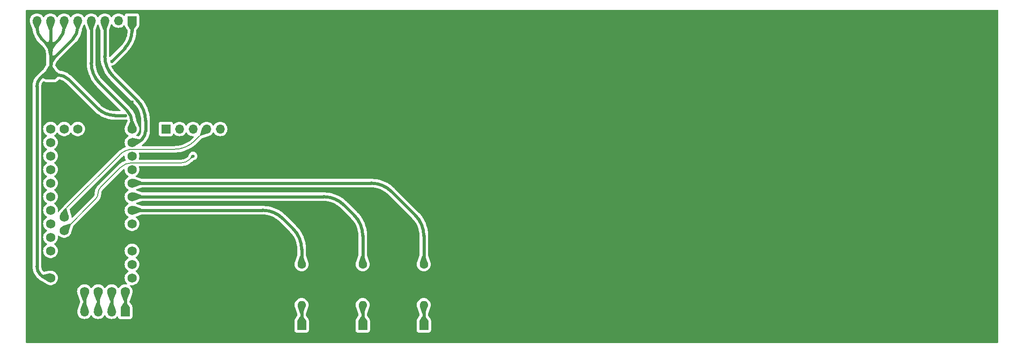
<source format=gtl>
G04 #@! TF.GenerationSoftware,KiCad,Pcbnew,7.0.11+dfsg-1*
G04 #@! TF.CreationDate,2024-03-19T11:49:13-04:00*
G04 #@! TF.ProjectId,base,62617365-2e6b-4696-9361-645f70636258,rev?*
G04 #@! TF.SameCoordinates,Original*
G04 #@! TF.FileFunction,Copper,L1,Top*
G04 #@! TF.FilePolarity,Positive*
%FSLAX46Y46*%
G04 Gerber Fmt 4.6, Leading zero omitted, Abs format (unit mm)*
G04 Created by KiCad (PCBNEW 7.0.11+dfsg-1) date 2024-03-19 11:49:13*
%MOMM*%
%LPD*%
G01*
G04 APERTURE LIST*
G04 #@! TA.AperFunction,ComponentPad*
%ADD10C,1.600000*%
G04 #@! TD*
G04 #@! TA.AperFunction,ComponentPad*
%ADD11O,1.600000X1.600000*%
G04 #@! TD*
G04 #@! TA.AperFunction,ComponentPad*
%ADD12C,1.727200*%
G04 #@! TD*
G04 #@! TA.AperFunction,ComponentPad*
%ADD13R,1.727200X1.727200*%
G04 #@! TD*
G04 #@! TA.AperFunction,ComponentPad*
%ADD14R,1.700000X1.700000*%
G04 #@! TD*
G04 #@! TA.AperFunction,ComponentPad*
%ADD15O,1.700000X1.700000*%
G04 #@! TD*
G04 #@! TA.AperFunction,ViaPad*
%ADD16C,0.609600*%
G04 #@! TD*
G04 #@! TA.AperFunction,ViaPad*
%ADD17C,0.600000*%
G04 #@! TD*
G04 #@! TA.AperFunction,Conductor*
%ADD18C,0.609600*%
G04 #@! TD*
G04 #@! TA.AperFunction,Conductor*
%ADD19C,0.203200*%
G04 #@! TD*
G04 APERTURE END LIST*
D10*
X102870000Y-111760000D03*
D11*
X102870000Y-119380000D03*
D12*
X55880000Y-96520000D03*
X55880000Y-99060000D03*
X55880000Y-101600000D03*
X55880000Y-104140000D03*
X58420000Y-102870000D03*
X58420000Y-105410000D03*
X60960000Y-86360000D03*
X58420000Y-86360000D03*
X71120000Y-111760000D03*
X71120000Y-114300000D03*
X71120000Y-104140000D03*
X71120000Y-101600000D03*
X71120000Y-99060000D03*
X71120000Y-96520000D03*
X71120000Y-93980000D03*
X71120000Y-91440000D03*
X71120000Y-88900000D03*
X71120000Y-86360000D03*
X55880000Y-86360000D03*
X55880000Y-88900000D03*
X55880000Y-91440000D03*
X55880000Y-93980000D03*
X69850000Y-116840000D03*
D13*
X71120000Y-106680000D03*
X55880000Y-111760000D03*
X63500000Y-86360000D03*
X59690000Y-116840000D03*
X57150000Y-116840000D03*
D12*
X55880000Y-114300000D03*
X71120000Y-109220000D03*
X55880000Y-109220000D03*
X64770000Y-116840000D03*
X67310000Y-116840000D03*
X55880000Y-106680000D03*
X62230000Y-116840000D03*
D10*
X125730000Y-111760000D03*
D11*
X125730000Y-119380000D03*
D10*
X114300000Y-111760000D03*
D11*
X114300000Y-119380000D03*
D14*
X71120000Y-66040000D03*
D15*
X68580000Y-66040000D03*
X66040000Y-66040000D03*
X63500000Y-66040000D03*
X60960000Y-66040000D03*
X58420000Y-66040000D03*
X55880000Y-66040000D03*
X53340000Y-66040000D03*
D14*
X77470000Y-86360000D03*
D15*
X80010000Y-86360000D03*
X82550000Y-86360000D03*
X85090000Y-86360000D03*
X87630000Y-86360000D03*
X90170000Y-86360000D03*
D14*
X102870000Y-123190000D03*
D15*
X105410000Y-123190000D03*
D14*
X69850000Y-120650000D03*
D15*
X67310000Y-120650000D03*
X64770000Y-120650000D03*
X62230000Y-120650000D03*
X59690000Y-120650000D03*
X57150000Y-120650000D03*
D14*
X125730000Y-123190000D03*
D15*
X128270000Y-123190000D03*
D14*
X55880000Y-76200000D03*
D15*
X55880000Y-78740000D03*
D14*
X114300000Y-123190000D03*
D15*
X116840000Y-123190000D03*
D14*
X213360000Y-66040000D03*
D15*
X215900000Y-66040000D03*
X218440000Y-66040000D03*
X220980000Y-66040000D03*
X223520000Y-66040000D03*
X226060000Y-66040000D03*
X228600000Y-66040000D03*
X231140000Y-66040000D03*
D16*
X71120000Y-81280000D03*
X60960000Y-73660000D03*
X64770000Y-96520000D03*
X67310000Y-69850000D03*
X64770000Y-72390000D03*
X67310000Y-73660000D03*
X69850000Y-83820000D03*
D17*
X82550000Y-91440000D03*
D18*
X69850000Y-116840000D02*
X69850000Y-120650000D01*
X67310000Y-120650000D02*
X67310000Y-116840000D01*
X64770000Y-116840000D02*
X64770000Y-120650000D01*
X62230000Y-120650000D02*
X62230000Y-116840000D01*
X71120000Y-67945000D02*
X71120000Y-66040000D01*
X69772961Y-71197038D02*
X67310000Y-73660000D01*
X69772966Y-71197043D02*
G75*
G03*
X71120000Y-67945000I-3252066J3252043D01*
G01*
X66040000Y-72676036D02*
X66040000Y-66040000D01*
X71755000Y-88900000D02*
X71120000Y-88900000D01*
X73660000Y-86731974D02*
X73660000Y-84803963D01*
X67633792Y-76523792D02*
X72066207Y-80956207D01*
X72839012Y-88450987D02*
X73025000Y-88265000D01*
X71755000Y-88900006D02*
G75*
G03*
X72839011Y-88450986I0J1533006D01*
G01*
X73660010Y-84803963D02*
G75*
G03*
X72066206Y-80956208I-5441610J-37D01*
G01*
X73025008Y-88265008D02*
G75*
G03*
X73660000Y-86731974I-1533008J1533008D01*
G01*
X66040003Y-72676036D02*
G75*
G03*
X67633792Y-76523792I5441547J-4D01*
G01*
X71120000Y-85090000D02*
X71120000Y-86360000D01*
X63500000Y-73946036D02*
X63500000Y-66040000D01*
X65093792Y-77793792D02*
X70221974Y-82921974D01*
X63500003Y-73946036D02*
G75*
G03*
X65093792Y-77793792I5441547J-4D01*
G01*
X71119985Y-85090000D02*
G75*
G03*
X70221973Y-82921975I-3066085J0D01*
G01*
X54160987Y-76649012D02*
X53975000Y-76835000D01*
X57150000Y-76200000D02*
X55880000Y-76200000D01*
X54238025Y-69478025D02*
X54981974Y-70221974D01*
X55880000Y-74930000D02*
X55880000Y-72390000D01*
X55880000Y-69850000D02*
X55880000Y-66040000D01*
X53975000Y-113665000D02*
X54160987Y-113850987D01*
X69850000Y-83820000D02*
X67945000Y-83820000D01*
X56778025Y-70221974D02*
X57521974Y-69478025D01*
X53340000Y-67310000D02*
X53340000Y-66040000D01*
X60061974Y-69478025D02*
X56778025Y-72761974D01*
X60960000Y-67310000D02*
X60960000Y-66040000D01*
X55880000Y-76200000D02*
X55880000Y-74930000D01*
X55880000Y-69850084D02*
X55879916Y-69850000D01*
X59318025Y-77098025D02*
X64692961Y-82472961D01*
X53340000Y-112131974D02*
X53340000Y-78368025D01*
X58420000Y-67310000D02*
X58420000Y-66040000D01*
X55245000Y-114300000D02*
X55880000Y-114300000D01*
X55245000Y-76200000D02*
X55880000Y-76200000D01*
X55880000Y-72390000D02*
X55880000Y-69850084D01*
X54160992Y-113850982D02*
G75*
G03*
X55245000Y-114300000I1084008J1083982D01*
G01*
X64692956Y-82472966D02*
G75*
G03*
X67945000Y-83820000I3252044J3252066D01*
G01*
X56778036Y-70221985D02*
G75*
G03*
X55880000Y-72390000I2167964J-2168015D01*
G01*
X55879985Y-72390000D02*
G75*
G03*
X54981973Y-70221975I-3066085J0D01*
G01*
X53340015Y-67310000D02*
G75*
G03*
X54238026Y-69478024I3066085J0D01*
G01*
X53974992Y-76834992D02*
G75*
G03*
X53340000Y-78368025I1533008J-1533008D01*
G01*
X53340011Y-112131974D02*
G75*
G03*
X53975000Y-113665000I2167989J-26D01*
G01*
X59318035Y-77098015D02*
G75*
G03*
X57150000Y-76200000I-2168035J-2168085D01*
G01*
X57521985Y-69478036D02*
G75*
G03*
X58420000Y-67310000I-2168085J2168036D01*
G01*
X56778036Y-72761985D02*
G75*
G03*
X55880000Y-74930000I2167964J-2168015D01*
G01*
X60061985Y-69478036D02*
G75*
G03*
X60960000Y-67310000I-2168085J2168036D01*
G01*
X55880084Y-69850000D02*
G75*
G03*
X56778025Y-70221974I526016J0D01*
G01*
X55880084Y-72390000D02*
G75*
G03*
X56778025Y-72761974I526016J0D01*
G01*
X55245000Y-76199992D02*
G75*
G03*
X54160987Y-76649012I0J-1533008D01*
G01*
X54981915Y-70222033D02*
G75*
G03*
X55880000Y-69850000I371985J372033D01*
G01*
D19*
X65219018Y-97340981D02*
X68951974Y-93608025D01*
X73660000Y-92710000D02*
X71120000Y-92710000D01*
X73660000Y-92710000D02*
X80381974Y-92710000D01*
X58420000Y-105221079D02*
X58420000Y-105410000D01*
X58420000Y-105032157D02*
X58553587Y-104898570D01*
X58420000Y-105410000D02*
X58420000Y-105032157D01*
X64320997Y-99509002D02*
X58420000Y-105410000D01*
X82550000Y-91440000D02*
X81915000Y-92075000D01*
X80381974Y-92709989D02*
G75*
G03*
X81915000Y-92075000I26J2167989D01*
G01*
X71120000Y-92709985D02*
G75*
G03*
X68951975Y-93608026I0J-3066015D01*
G01*
X58553597Y-104898580D02*
G75*
G03*
X58420000Y-105221079I322503J-322520D01*
G01*
X64320992Y-99508997D02*
G75*
G03*
X64770000Y-98425000I-1083992J1083997D01*
G01*
X65219024Y-97340987D02*
G75*
G03*
X64770000Y-98425000I1083976J-1084013D01*
G01*
X58420000Y-102235000D02*
X58420000Y-102870000D01*
X82873792Y-88576207D02*
X85090000Y-86360000D01*
X79026036Y-90170000D02*
X71289956Y-90170000D01*
X68831796Y-91188203D02*
X58869012Y-101150987D01*
X79026036Y-90170010D02*
G75*
G03*
X82873792Y-88576207I-36J5441610D01*
G01*
X71289956Y-90169980D02*
G75*
G03*
X68831796Y-91188203I44J-3476420D01*
G01*
X58869018Y-101150993D02*
G75*
G03*
X58420000Y-102235000I1083982J-1084007D01*
G01*
D18*
X99383792Y-103193792D02*
X101276207Y-105086207D01*
X95536036Y-101600000D02*
X71120000Y-101600000D01*
X102870000Y-108933963D02*
X102870000Y-111760000D01*
X99383784Y-103193800D02*
G75*
G03*
X95536036Y-101600000I-3847784J-3847800D01*
G01*
X102870010Y-108933963D02*
G75*
G03*
X101276206Y-105086208I-5441610J-37D01*
G01*
X102870000Y-119380000D02*
X102870000Y-123190000D01*
X106966036Y-99060000D02*
X71120000Y-99060000D01*
X114300000Y-106393963D02*
X114300000Y-111760000D01*
X112706207Y-102546207D02*
X110813792Y-100653792D01*
X110813784Y-100653800D02*
G75*
G03*
X106966036Y-99060000I-3847784J-3847800D01*
G01*
X114300010Y-106393963D02*
G75*
G03*
X112706206Y-102546208I-5441610J-37D01*
G01*
X114300000Y-119380000D02*
X114300000Y-123190000D01*
X125730000Y-106393963D02*
X125730000Y-111760000D01*
X119703792Y-98113792D02*
X124136207Y-102546207D01*
X115856036Y-96520000D02*
X71120000Y-96520000D01*
X125730010Y-106393963D02*
G75*
G03*
X124136206Y-102546208I-5441610J-37D01*
G01*
X119703784Y-98113800D02*
G75*
G03*
X115856036Y-96520000I-3847784J-3847800D01*
G01*
X125730000Y-119380000D02*
X125730000Y-123190000D01*
G04 #@! TA.AperFunction,Conductor*
G36*
X69688277Y-91350325D02*
G01*
X69737461Y-91399950D01*
X69751941Y-91448651D01*
X69769892Y-91665289D01*
X69825388Y-91884439D01*
X69850751Y-91942262D01*
X69916198Y-92091465D01*
X69946368Y-92137644D01*
X69966555Y-92204533D01*
X69947375Y-92271719D01*
X69894917Y-92317869D01*
X69884971Y-92321986D01*
X69714924Y-92383879D01*
X69714919Y-92383881D01*
X69424612Y-92519255D01*
X69147220Y-92679411D01*
X68926297Y-92834107D01*
X68884837Y-92863138D01*
X68639466Y-93069033D01*
X68639463Y-93069035D01*
X68639457Y-93069041D01*
X68554132Y-93154369D01*
X68554131Y-93154370D01*
X64762916Y-96945584D01*
X64762747Y-96945763D01*
X64708497Y-97000013D01*
X64708496Y-97000013D01*
X64558967Y-97187510D01*
X64431380Y-97390560D01*
X64327321Y-97606634D01*
X64248117Y-97832983D01*
X64248115Y-97832992D01*
X64194752Y-98066786D01*
X64194750Y-98066798D01*
X64167900Y-98305088D01*
X64167900Y-98420124D01*
X64167518Y-98429854D01*
X64157204Y-98560898D01*
X64154160Y-98580115D01*
X64124616Y-98703175D01*
X64118603Y-98721682D01*
X64070172Y-98838602D01*
X64061339Y-98855937D01*
X63995210Y-98963851D01*
X63983772Y-98979594D01*
X63898343Y-99079617D01*
X63891734Y-99086766D01*
X59999079Y-102979421D01*
X59937756Y-103012906D01*
X59868064Y-103007922D01*
X59812131Y-102966050D01*
X59787714Y-102900586D01*
X59787822Y-102881496D01*
X59788775Y-102869999D01*
X59788775Y-102869993D01*
X59770107Y-102644710D01*
X59770107Y-102644707D01*
X59714611Y-102425559D01*
X59708141Y-102410811D01*
X59701999Y-102393376D01*
X59663620Y-102251466D01*
X59460207Y-101499322D01*
X59461707Y-101429469D01*
X59492224Y-101379271D01*
X69255394Y-91616102D01*
X69259752Y-91611951D01*
X69462047Y-91428601D01*
X69471420Y-91420909D01*
X69554501Y-91359291D01*
X69620071Y-91335169D01*
X69688277Y-91350325D01*
G37*
G04 #@! TD.AperFunction*
G04 #@! TA.AperFunction,Conductor*
G36*
X64827155Y-66776352D02*
G01*
X64877575Y-66824722D01*
X64887055Y-66845480D01*
X65000777Y-67170841D01*
X65226205Y-67815798D01*
X65227756Y-67820234D01*
X65234700Y-67861148D01*
X65234700Y-72566322D01*
X65234690Y-72566356D01*
X65234690Y-72899106D01*
X65266522Y-73344185D01*
X65330025Y-73785867D01*
X65424872Y-74221874D01*
X65424875Y-74221884D01*
X65496349Y-74465300D01*
X65550589Y-74650025D01*
X65550593Y-74650035D01*
X65706528Y-75068116D01*
X65706530Y-75068119D01*
X65891884Y-75473991D01*
X65891888Y-75473998D01*
X65993537Y-75660154D01*
X66105741Y-75865639D01*
X66214508Y-76034885D01*
X66346983Y-76241021D01*
X66346986Y-76241026D01*
X66614390Y-76598236D01*
X66624214Y-76609573D01*
X66906602Y-76935467D01*
X66989760Y-77018625D01*
X66989762Y-77018629D01*
X67064360Y-77093226D01*
X67064358Y-77093225D01*
X67124208Y-77153075D01*
X67124209Y-77153075D01*
X67131276Y-77160142D01*
X67131275Y-77160142D01*
X67131279Y-77160145D01*
X71494838Y-81523705D01*
X71498579Y-81527613D01*
X71578067Y-81614358D01*
X71766370Y-81819854D01*
X71773308Y-81828123D01*
X71909788Y-82005986D01*
X72012944Y-82140422D01*
X72019149Y-82149283D01*
X72230654Y-82481280D01*
X72236062Y-82490648D01*
X72417818Y-82839797D01*
X72422390Y-82849601D01*
X72573029Y-83213272D01*
X72576729Y-83223437D01*
X72695098Y-83598851D01*
X72697898Y-83609300D01*
X72783099Y-83993610D01*
X72784977Y-84004263D01*
X72836358Y-84394522D01*
X72837301Y-84405298D01*
X72854582Y-84801035D01*
X72854700Y-84806445D01*
X72854700Y-86641209D01*
X72854699Y-86641231D01*
X72854699Y-86727920D01*
X72854434Y-86736028D01*
X72843575Y-86901744D01*
X72841457Y-86917827D01*
X72809854Y-87076710D01*
X72805657Y-87092376D01*
X72753586Y-87245778D01*
X72747378Y-87260764D01*
X72675728Y-87406057D01*
X72667618Y-87420104D01*
X72577619Y-87554798D01*
X72567745Y-87567667D01*
X72458347Y-87692410D01*
X72452800Y-87698332D01*
X72444262Y-87706870D01*
X72382939Y-87740355D01*
X72334633Y-87741231D01*
X71984030Y-87678179D01*
X71921533Y-87646939D01*
X71885847Y-87586871D01*
X71888302Y-87517044D01*
X71928118Y-87459629D01*
X71929714Y-87458363D01*
X72047046Y-87367040D01*
X72200156Y-87200719D01*
X72323802Y-87011465D01*
X72414611Y-86804441D01*
X72470107Y-86585293D01*
X72488775Y-86360000D01*
X72488775Y-86359999D01*
X72488775Y-86359993D01*
X72470107Y-86134710D01*
X72470107Y-86134707D01*
X72414611Y-85915559D01*
X72389262Y-85857772D01*
X72383208Y-85840656D01*
X72376855Y-85817391D01*
X72376823Y-85817317D01*
X71917498Y-84758783D01*
X71907722Y-84720230D01*
X71903786Y-84675243D01*
X71895822Y-84584209D01*
X71837121Y-84251292D01*
X71770931Y-84004263D01*
X71749632Y-83924772D01*
X71749630Y-83924768D01*
X71749628Y-83924759D01*
X71634009Y-83607094D01*
X71634007Y-83607091D01*
X71634003Y-83607080D01*
X71491152Y-83300732D01*
X71491144Y-83300715D01*
X71491144Y-83300714D01*
X71322120Y-83007951D01*
X71221566Y-82864342D01*
X71128228Y-82731038D01*
X71128224Y-82731033D01*
X70910931Y-82472068D01*
X70825084Y-82386219D01*
X70825057Y-82386191D01*
X70767469Y-82328603D01*
X70727246Y-82288378D01*
X70727223Y-82288357D01*
X65701679Y-77262813D01*
X65665142Y-77226275D01*
X65661424Y-77222392D01*
X65393628Y-76930143D01*
X65386684Y-76921867D01*
X65147053Y-76609573D01*
X65140848Y-76600712D01*
X65137013Y-76594693D01*
X64929340Y-76268711D01*
X64923933Y-76259344D01*
X64807123Y-76034953D01*
X64742173Y-75910185D01*
X64737604Y-75900387D01*
X64723208Y-75865632D01*
X64586960Y-75536699D01*
X64583264Y-75526543D01*
X64572336Y-75491884D01*
X64464896Y-75151125D01*
X64462097Y-75140681D01*
X64376893Y-74756354D01*
X64375017Y-74745708D01*
X64323636Y-74355426D01*
X64322696Y-74344692D01*
X64305418Y-73948927D01*
X64305300Y-73943519D01*
X64305300Y-67861147D01*
X64312244Y-67820233D01*
X64652945Y-66845476D01*
X64693645Y-66788690D01*
X64758589Y-66762920D01*
X64827155Y-66776352D01*
G37*
G04 #@! TD.AperFunction*
G04 #@! TA.AperFunction,Conductor*
G36*
X62284325Y-66752750D02*
G01*
X62331637Y-66804164D01*
X62337487Y-66818106D01*
X62687588Y-67819754D01*
X62687756Y-67820234D01*
X62694700Y-67861148D01*
X62694700Y-73836322D01*
X62694690Y-73836356D01*
X62694690Y-74169106D01*
X62726522Y-74614185D01*
X62790025Y-75055867D01*
X62884872Y-75491874D01*
X62884875Y-75491884D01*
X62933111Y-75656160D01*
X63010589Y-75920025D01*
X63053455Y-76034953D01*
X63166528Y-76338116D01*
X63166530Y-76338119D01*
X63351884Y-76743991D01*
X63351888Y-76743998D01*
X63562792Y-77130238D01*
X63565741Y-77135639D01*
X63647471Y-77262814D01*
X63806983Y-77511021D01*
X63806986Y-77511026D01*
X64074390Y-77868236D01*
X64074392Y-77868238D01*
X64366602Y-78205467D01*
X64366611Y-78205476D01*
X64366623Y-78205489D01*
X64444930Y-78283796D01*
X64444931Y-78283798D01*
X64591273Y-78430140D01*
X64591279Y-78430145D01*
X68964153Y-82803019D01*
X68997638Y-82864342D01*
X68992654Y-82934034D01*
X68950782Y-82989967D01*
X68885318Y-83014384D01*
X68876472Y-83014700D01*
X67947706Y-83014700D01*
X67942297Y-83014582D01*
X67619756Y-83000500D01*
X67608980Y-82999557D01*
X67291587Y-82957771D01*
X67280934Y-82955893D01*
X66968379Y-82886602D01*
X66957930Y-82883802D01*
X66652613Y-82787536D01*
X66642447Y-82783836D01*
X66346675Y-82661323D01*
X66336871Y-82656751D01*
X66052914Y-82508933D01*
X66043546Y-82503525D01*
X65773536Y-82331511D01*
X65764675Y-82325306D01*
X65510700Y-82130425D01*
X65502413Y-82123472D01*
X65264501Y-81905468D01*
X65260593Y-81901726D01*
X59952685Y-76593819D01*
X59952669Y-76593801D01*
X59923781Y-76564913D01*
X59923756Y-76564868D01*
X59767947Y-76409064D01*
X59767940Y-76409057D01*
X59508975Y-76191763D01*
X59508974Y-76191762D01*
X59508969Y-76191758D01*
X59232053Y-75997865D01*
X59097198Y-75920008D01*
X58939292Y-75828842D01*
X58632911Y-75685977D01*
X58632912Y-75685977D01*
X58632905Y-75685974D01*
X58442808Y-75616786D01*
X58315245Y-75570358D01*
X58315238Y-75570356D01*
X58315231Y-75570353D01*
X57988717Y-75482866D01*
X57988710Y-75482864D01*
X57988706Y-75482863D01*
X57988701Y-75482862D01*
X57655800Y-75424164D01*
X57655797Y-75424163D01*
X57655793Y-75424163D01*
X57637844Y-75422592D01*
X57612905Y-75420410D01*
X57547837Y-75394956D01*
X57542050Y-75390191D01*
X57131850Y-75031176D01*
X57109141Y-75004814D01*
X57102302Y-74994152D01*
X56771229Y-74477989D01*
X56751605Y-74410934D01*
X56756450Y-74376719D01*
X56810244Y-74190001D01*
X56814827Y-74176905D01*
X56906526Y-73955525D01*
X56912549Y-73943018D01*
X57028457Y-73733304D01*
X57035842Y-73721551D01*
X57174505Y-73526128D01*
X57183157Y-73515279D01*
X57345350Y-73333788D01*
X57350099Y-73328765D01*
X57406103Y-73272769D01*
X57408767Y-73270186D01*
X57411953Y-73267186D01*
X57413706Y-73265157D01*
X60595085Y-70083781D01*
X60595131Y-70083755D01*
X60631423Y-70047461D01*
X60631424Y-70047462D01*
X60750943Y-69927941D01*
X60968236Y-69668975D01*
X61162133Y-69392057D01*
X61331157Y-69099293D01*
X61474023Y-68792912D01*
X61589642Y-68475245D01*
X61677136Y-68148711D01*
X61735837Y-67815793D01*
X61747987Y-67676903D01*
X61757232Y-67639592D01*
X61782534Y-67579499D01*
X62106150Y-66810900D01*
X62150306Y-66756756D01*
X62216727Y-66735077D01*
X62284325Y-66752750D01*
G37*
G04 #@! TD.AperFunction*
G04 #@! TA.AperFunction,Conductor*
G36*
X67388005Y-66716699D02*
G01*
X67432423Y-66755616D01*
X67541505Y-66911401D01*
X67708599Y-67078495D01*
X67785482Y-67132329D01*
X67902165Y-67214032D01*
X67902167Y-67214033D01*
X67902170Y-67214035D01*
X68116337Y-67313903D01*
X68344592Y-67375063D01*
X68532918Y-67391539D01*
X68579999Y-67395659D01*
X68580000Y-67395659D01*
X68580001Y-67395659D01*
X68619234Y-67392226D01*
X68815408Y-67375063D01*
X69043663Y-67313903D01*
X69257830Y-67214035D01*
X69451401Y-67078495D01*
X69573329Y-66956566D01*
X69634648Y-66923084D01*
X69704340Y-66928068D01*
X69760274Y-66969939D01*
X69777187Y-67000913D01*
X69784121Y-67019502D01*
X69788641Y-67034423D01*
X69789932Y-67039909D01*
X69789933Y-67039912D01*
X69798047Y-67057721D01*
X69801387Y-67065796D01*
X69826204Y-67132331D01*
X69826204Y-67132332D01*
X69831060Y-67138818D01*
X69833084Y-67141522D01*
X69833090Y-67141529D01*
X69846667Y-67164433D01*
X69849585Y-67170839D01*
X70085088Y-67538002D01*
X70295073Y-67865382D01*
X70295075Y-67865384D01*
X70314700Y-67932331D01*
X70314700Y-67942293D01*
X70314582Y-67947702D01*
X70300500Y-68270243D01*
X70299557Y-68281019D01*
X70257771Y-68598412D01*
X70255893Y-68609065D01*
X70186602Y-68921619D01*
X70183802Y-68932068D01*
X70087535Y-69237389D01*
X70083835Y-69247555D01*
X69961326Y-69543319D01*
X69956754Y-69553123D01*
X69808934Y-69837084D01*
X69803526Y-69846452D01*
X69631511Y-70116463D01*
X69625306Y-70125324D01*
X69430425Y-70379298D01*
X69423472Y-70387585D01*
X69205457Y-70625508D01*
X69201715Y-70629416D01*
X67057522Y-72773610D01*
X66996199Y-72807095D01*
X66926507Y-72802111D01*
X66870574Y-72760239D01*
X66846157Y-72694775D01*
X66845959Y-72691330D01*
X66845418Y-72678921D01*
X66845300Y-72673520D01*
X66845300Y-67861147D01*
X66852244Y-67820233D01*
X67213795Y-66785823D01*
X67254495Y-66729037D01*
X67319439Y-66703267D01*
X67388005Y-66716699D01*
G37*
G04 #@! TD.AperFunction*
G04 #@! TA.AperFunction,Conductor*
G36*
X233122539Y-64020185D02*
G01*
X233168294Y-64072989D01*
X233179500Y-64124500D01*
X233179500Y-126375500D01*
X233159815Y-126442539D01*
X233107011Y-126488294D01*
X233055500Y-126499500D01*
X51424500Y-126499500D01*
X51357461Y-126479815D01*
X51311706Y-126427011D01*
X51300500Y-126375500D01*
X51300500Y-124087870D01*
X101519500Y-124087870D01*
X101519501Y-124087876D01*
X101525908Y-124147483D01*
X101576202Y-124282328D01*
X101576206Y-124282335D01*
X101662452Y-124397544D01*
X101662455Y-124397547D01*
X101777664Y-124483793D01*
X101777671Y-124483797D01*
X101912517Y-124534091D01*
X101912516Y-124534091D01*
X101919444Y-124534835D01*
X101972127Y-124540500D01*
X103767872Y-124540499D01*
X103827483Y-124534091D01*
X103962331Y-124483796D01*
X104077546Y-124397546D01*
X104163796Y-124282331D01*
X104214091Y-124147483D01*
X104220500Y-124087873D01*
X104220500Y-124087870D01*
X112949500Y-124087870D01*
X112949501Y-124087876D01*
X112955908Y-124147483D01*
X113006202Y-124282328D01*
X113006206Y-124282335D01*
X113092452Y-124397544D01*
X113092455Y-124397547D01*
X113207664Y-124483793D01*
X113207671Y-124483797D01*
X113342517Y-124534091D01*
X113342516Y-124534091D01*
X113349444Y-124534835D01*
X113402127Y-124540500D01*
X115197872Y-124540499D01*
X115257483Y-124534091D01*
X115392331Y-124483796D01*
X115507546Y-124397546D01*
X115593796Y-124282331D01*
X115644091Y-124147483D01*
X115650500Y-124087873D01*
X115650500Y-124087870D01*
X124379500Y-124087870D01*
X124379501Y-124087876D01*
X124385908Y-124147483D01*
X124436202Y-124282328D01*
X124436206Y-124282335D01*
X124522452Y-124397544D01*
X124522455Y-124397547D01*
X124637664Y-124483793D01*
X124637671Y-124483797D01*
X124772517Y-124534091D01*
X124772516Y-124534091D01*
X124779444Y-124534835D01*
X124832127Y-124540500D01*
X126627872Y-124540499D01*
X126687483Y-124534091D01*
X126822331Y-124483796D01*
X126937546Y-124397546D01*
X127023796Y-124282331D01*
X127074091Y-124147483D01*
X127080500Y-124087873D01*
X127080499Y-122292128D01*
X127074091Y-122232517D01*
X127065868Y-122210471D01*
X127061354Y-122195562D01*
X127060066Y-122190088D01*
X127051944Y-122172263D01*
X127048614Y-122164210D01*
X127048422Y-122163696D01*
X127039699Y-122140308D01*
X127023798Y-122097673D01*
X127023795Y-122097667D01*
X127016905Y-122088464D01*
X127003327Y-122065555D01*
X127000414Y-122059161D01*
X127000413Y-122059159D01*
X126913658Y-121923903D01*
X126712906Y-121610917D01*
X126554925Y-121364614D01*
X126535300Y-121297667D01*
X126535300Y-121097727D01*
X126541746Y-121058268D01*
X126944855Y-119857346D01*
X126946584Y-119851502D01*
X126953107Y-119834284D01*
X126956735Y-119826505D01*
X126956735Y-119826504D01*
X126956739Y-119826496D01*
X127015635Y-119606692D01*
X127035468Y-119380000D01*
X127015635Y-119153308D01*
X126956739Y-118933504D01*
X126860568Y-118727266D01*
X126730047Y-118540861D01*
X126730045Y-118540858D01*
X126569141Y-118379954D01*
X126382734Y-118249432D01*
X126382732Y-118249431D01*
X126176497Y-118153261D01*
X126176488Y-118153258D01*
X125956697Y-118094366D01*
X125956693Y-118094365D01*
X125956692Y-118094365D01*
X125956691Y-118094364D01*
X125956686Y-118094364D01*
X125730002Y-118074532D01*
X125729998Y-118074532D01*
X125503313Y-118094364D01*
X125503302Y-118094366D01*
X125283511Y-118153258D01*
X125283502Y-118153261D01*
X125077267Y-118249431D01*
X125077265Y-118249432D01*
X124890858Y-118379954D01*
X124729954Y-118540858D01*
X124599432Y-118727265D01*
X124599431Y-118727267D01*
X124503261Y-118933502D01*
X124503258Y-118933511D01*
X124444366Y-119153302D01*
X124444364Y-119153313D01*
X124424532Y-119379998D01*
X124424532Y-119380001D01*
X124444364Y-119606686D01*
X124444366Y-119606697D01*
X124503260Y-119826496D01*
X124507215Y-119834977D01*
X124514896Y-119856386D01*
X124515143Y-119857346D01*
X124918254Y-121058268D01*
X124924700Y-121097727D01*
X124924700Y-121297666D01*
X124905075Y-121364613D01*
X124459582Y-122059164D01*
X124459580Y-122059167D01*
X124456639Y-122065618D01*
X124443090Y-122088469D01*
X124436204Y-122097667D01*
X124436203Y-122097669D01*
X124411577Y-122163696D01*
X124408221Y-122171805D01*
X124400017Y-122189796D01*
X124398162Y-122196122D01*
X124397649Y-122198290D01*
X124393170Y-122213045D01*
X124385910Y-122232512D01*
X124385908Y-122232519D01*
X124379500Y-122292118D01*
X124379500Y-124087870D01*
X115650500Y-124087870D01*
X115650499Y-122292128D01*
X115644091Y-122232517D01*
X115635868Y-122210471D01*
X115631354Y-122195562D01*
X115630066Y-122190088D01*
X115621944Y-122172263D01*
X115618614Y-122164210D01*
X115618422Y-122163696D01*
X115609699Y-122140308D01*
X115593798Y-122097673D01*
X115593795Y-122097667D01*
X115586905Y-122088464D01*
X115573327Y-122065555D01*
X115570414Y-122059161D01*
X115570413Y-122059159D01*
X115483658Y-121923903D01*
X115282906Y-121610917D01*
X115124925Y-121364614D01*
X115105300Y-121297667D01*
X115105300Y-121097727D01*
X115111746Y-121058268D01*
X115514855Y-119857346D01*
X115516584Y-119851502D01*
X115523107Y-119834284D01*
X115526735Y-119826505D01*
X115526735Y-119826504D01*
X115526739Y-119826496D01*
X115585635Y-119606692D01*
X115605468Y-119380000D01*
X115585635Y-119153308D01*
X115526739Y-118933504D01*
X115430568Y-118727266D01*
X115300047Y-118540861D01*
X115300045Y-118540858D01*
X115139141Y-118379954D01*
X114952734Y-118249432D01*
X114952732Y-118249431D01*
X114746497Y-118153261D01*
X114746488Y-118153258D01*
X114526697Y-118094366D01*
X114526693Y-118094365D01*
X114526692Y-118094365D01*
X114526691Y-118094364D01*
X114526686Y-118094364D01*
X114300002Y-118074532D01*
X114299998Y-118074532D01*
X114073313Y-118094364D01*
X114073302Y-118094366D01*
X113853511Y-118153258D01*
X113853502Y-118153261D01*
X113647267Y-118249431D01*
X113647265Y-118249432D01*
X113460858Y-118379954D01*
X113299954Y-118540858D01*
X113169432Y-118727265D01*
X113169431Y-118727267D01*
X113073261Y-118933502D01*
X113073258Y-118933511D01*
X113014366Y-119153302D01*
X113014364Y-119153313D01*
X112994532Y-119379998D01*
X112994532Y-119380001D01*
X113014364Y-119606686D01*
X113014366Y-119606697D01*
X113073260Y-119826496D01*
X113077215Y-119834977D01*
X113084896Y-119856386D01*
X113085143Y-119857346D01*
X113488254Y-121058268D01*
X113494700Y-121097727D01*
X113494700Y-121297666D01*
X113475075Y-121364613D01*
X113029582Y-122059164D01*
X113029580Y-122059167D01*
X113026639Y-122065618D01*
X113013090Y-122088469D01*
X113006204Y-122097667D01*
X113006203Y-122097669D01*
X112981577Y-122163696D01*
X112978221Y-122171805D01*
X112970017Y-122189796D01*
X112968162Y-122196122D01*
X112967649Y-122198290D01*
X112963170Y-122213045D01*
X112955910Y-122232512D01*
X112955908Y-122232519D01*
X112949500Y-122292118D01*
X112949500Y-124087870D01*
X104220500Y-124087870D01*
X104220499Y-122292128D01*
X104214091Y-122232517D01*
X104205868Y-122210471D01*
X104201354Y-122195562D01*
X104200066Y-122190088D01*
X104191944Y-122172263D01*
X104188614Y-122164210D01*
X104188422Y-122163696D01*
X104179699Y-122140308D01*
X104163798Y-122097673D01*
X104163795Y-122097667D01*
X104156905Y-122088464D01*
X104143327Y-122065555D01*
X104140414Y-122059161D01*
X104140413Y-122059159D01*
X104053658Y-121923903D01*
X103852906Y-121610917D01*
X103694925Y-121364614D01*
X103675300Y-121297667D01*
X103675300Y-121097727D01*
X103681746Y-121058268D01*
X104084855Y-119857346D01*
X104086584Y-119851502D01*
X104093107Y-119834284D01*
X104096735Y-119826505D01*
X104096735Y-119826504D01*
X104096739Y-119826496D01*
X104155635Y-119606692D01*
X104175468Y-119380000D01*
X104155635Y-119153308D01*
X104096739Y-118933504D01*
X104000568Y-118727266D01*
X103870047Y-118540861D01*
X103870045Y-118540858D01*
X103709141Y-118379954D01*
X103522734Y-118249432D01*
X103522732Y-118249431D01*
X103316497Y-118153261D01*
X103316488Y-118153258D01*
X103096697Y-118094366D01*
X103096693Y-118094365D01*
X103096692Y-118094365D01*
X103096691Y-118094364D01*
X103096686Y-118094364D01*
X102870002Y-118074532D01*
X102869998Y-118074532D01*
X102643313Y-118094364D01*
X102643302Y-118094366D01*
X102423511Y-118153258D01*
X102423502Y-118153261D01*
X102217267Y-118249431D01*
X102217265Y-118249432D01*
X102030858Y-118379954D01*
X101869954Y-118540858D01*
X101739432Y-118727265D01*
X101739431Y-118727267D01*
X101643261Y-118933502D01*
X101643258Y-118933511D01*
X101584366Y-119153302D01*
X101584364Y-119153313D01*
X101564532Y-119379998D01*
X101564532Y-119380001D01*
X101584364Y-119606686D01*
X101584366Y-119606697D01*
X101643260Y-119826496D01*
X101647215Y-119834977D01*
X101654896Y-119856386D01*
X101655143Y-119857346D01*
X102058254Y-121058268D01*
X102064700Y-121097727D01*
X102064700Y-121297666D01*
X102045075Y-121364613D01*
X101599582Y-122059164D01*
X101599580Y-122059167D01*
X101596639Y-122065618D01*
X101583090Y-122088469D01*
X101576204Y-122097667D01*
X101576203Y-122097669D01*
X101551577Y-122163696D01*
X101548221Y-122171805D01*
X101540017Y-122189796D01*
X101538162Y-122196122D01*
X101537649Y-122198290D01*
X101533170Y-122213045D01*
X101525910Y-122232512D01*
X101525908Y-122232519D01*
X101519500Y-122292118D01*
X101519500Y-124087870D01*
X51300500Y-124087870D01*
X51300500Y-116840006D01*
X60861225Y-116840006D01*
X60879892Y-117065289D01*
X60935388Y-117284438D01*
X60949877Y-117317471D01*
X60957931Y-117343054D01*
X60959156Y-117349205D01*
X61417628Y-118647935D01*
X61424700Y-118689210D01*
X61424700Y-118828850D01*
X61417756Y-118869764D01*
X60971155Y-120147502D01*
X60967856Y-120158279D01*
X60961671Y-120174381D01*
X60956097Y-120186332D01*
X60894938Y-120414586D01*
X60894936Y-120414596D01*
X60874341Y-120649999D01*
X60874341Y-120650000D01*
X60894936Y-120885403D01*
X60894938Y-120885413D01*
X60956094Y-121113655D01*
X60956096Y-121113659D01*
X60956097Y-121113663D01*
X60960000Y-121122032D01*
X61055965Y-121327830D01*
X61055967Y-121327834D01*
X61081721Y-121364614D01*
X61191505Y-121521401D01*
X61358599Y-121688495D01*
X61455384Y-121756265D01*
X61552165Y-121824032D01*
X61552167Y-121824033D01*
X61552170Y-121824035D01*
X61766337Y-121923903D01*
X61994592Y-121985063D01*
X62171034Y-122000500D01*
X62229999Y-122005659D01*
X62230000Y-122005659D01*
X62230001Y-122005659D01*
X62288966Y-122000500D01*
X62465408Y-121985063D01*
X62693663Y-121923903D01*
X62907830Y-121824035D01*
X63101401Y-121688495D01*
X63268495Y-121521401D01*
X63398425Y-121335842D01*
X63453002Y-121292217D01*
X63522500Y-121285023D01*
X63584855Y-121316546D01*
X63601575Y-121335842D01*
X63731500Y-121521395D01*
X63731505Y-121521401D01*
X63898599Y-121688495D01*
X63995384Y-121756265D01*
X64092165Y-121824032D01*
X64092167Y-121824033D01*
X64092170Y-121824035D01*
X64306337Y-121923903D01*
X64534592Y-121985063D01*
X64711034Y-122000500D01*
X64769999Y-122005659D01*
X64770000Y-122005659D01*
X64770001Y-122005659D01*
X64828966Y-122000500D01*
X65005408Y-121985063D01*
X65233663Y-121923903D01*
X65447830Y-121824035D01*
X65641401Y-121688495D01*
X65808495Y-121521401D01*
X65938425Y-121335842D01*
X65993002Y-121292217D01*
X66062500Y-121285023D01*
X66124855Y-121316546D01*
X66141575Y-121335842D01*
X66271500Y-121521395D01*
X66271505Y-121521401D01*
X66438599Y-121688495D01*
X66535384Y-121756265D01*
X66632165Y-121824032D01*
X66632167Y-121824033D01*
X66632170Y-121824035D01*
X66846337Y-121923903D01*
X67074592Y-121985063D01*
X67251034Y-122000500D01*
X67309999Y-122005659D01*
X67310000Y-122005659D01*
X67310001Y-122005659D01*
X67368966Y-122000500D01*
X67545408Y-121985063D01*
X67773663Y-121923903D01*
X67987830Y-121824035D01*
X68181401Y-121688495D01*
X68303329Y-121566566D01*
X68364648Y-121533084D01*
X68434340Y-121538068D01*
X68490274Y-121579939D01*
X68507189Y-121610917D01*
X68556202Y-121742328D01*
X68556206Y-121742335D01*
X68642452Y-121857544D01*
X68642455Y-121857547D01*
X68757664Y-121943793D01*
X68757671Y-121943797D01*
X68892517Y-121994091D01*
X68892516Y-121994091D01*
X68899444Y-121994835D01*
X68952127Y-122000500D01*
X70747872Y-122000499D01*
X70807483Y-121994091D01*
X70942331Y-121943796D01*
X71057546Y-121857546D01*
X71143796Y-121742331D01*
X71194091Y-121607483D01*
X71200500Y-121547873D01*
X71200499Y-119752128D01*
X71194091Y-119692517D01*
X71185868Y-119670471D01*
X71181354Y-119655562D01*
X71180066Y-119650088D01*
X71171944Y-119632263D01*
X71168614Y-119624210D01*
X71143798Y-119557673D01*
X71143795Y-119557667D01*
X71136905Y-119548464D01*
X71123327Y-119525555D01*
X71120414Y-119519161D01*
X71120413Y-119519159D01*
X71116972Y-119513795D01*
X70885756Y-119153313D01*
X70674925Y-118824614D01*
X70655300Y-118757667D01*
X70655300Y-118689212D01*
X70662372Y-118647935D01*
X70700172Y-118540858D01*
X71120844Y-117349205D01*
X71129775Y-117320265D01*
X71134706Y-117307020D01*
X71144611Y-117284441D01*
X71200107Y-117065293D01*
X71218775Y-116840000D01*
X71218775Y-116839993D01*
X71200107Y-116614710D01*
X71200107Y-116614707D01*
X71144611Y-116395559D01*
X71053802Y-116188535D01*
X70930156Y-115999281D01*
X70796289Y-115853863D01*
X70765368Y-115791211D01*
X70773228Y-115721785D01*
X70817375Y-115667629D01*
X70883792Y-115645938D01*
X70907923Y-115647572D01*
X71006967Y-115664100D01*
X71006968Y-115664100D01*
X71233032Y-115664100D01*
X71233033Y-115664100D01*
X71456014Y-115626891D01*
X71669831Y-115553488D01*
X71868649Y-115445893D01*
X72047046Y-115307040D01*
X72200156Y-115140719D01*
X72323802Y-114951465D01*
X72414611Y-114744441D01*
X72470107Y-114525293D01*
X72488775Y-114300000D01*
X72488775Y-114299993D01*
X72475707Y-114142294D01*
X72470107Y-114074707D01*
X72414611Y-113855559D01*
X72323802Y-113648535D01*
X72200156Y-113459281D01*
X72200153Y-113459278D01*
X72200149Y-113459272D01*
X72047049Y-113292963D01*
X72047048Y-113292962D01*
X72047046Y-113292960D01*
X71868649Y-113154107D01*
X71868647Y-113154106D01*
X71868646Y-113154105D01*
X71868639Y-113154100D01*
X71840836Y-113139055D01*
X71791244Y-113089837D01*
X71776135Y-113021620D01*
X71800306Y-112956064D01*
X71840836Y-112920945D01*
X71868639Y-112905899D01*
X71868642Y-112905896D01*
X71868649Y-112905893D01*
X72047046Y-112767040D01*
X72200156Y-112600719D01*
X72323802Y-112411465D01*
X72414611Y-112204441D01*
X72470107Y-111985293D01*
X72488775Y-111760000D01*
X72488775Y-111759998D01*
X72488775Y-111759993D01*
X72470107Y-111534710D01*
X72470107Y-111534707D01*
X72414611Y-111315559D01*
X72323802Y-111108535D01*
X72200156Y-110919281D01*
X72200153Y-110919278D01*
X72200149Y-110919272D01*
X72047049Y-110752963D01*
X72047048Y-110752962D01*
X72047046Y-110752960D01*
X71868649Y-110614107D01*
X71868647Y-110614106D01*
X71868646Y-110614105D01*
X71868639Y-110614100D01*
X71840836Y-110599055D01*
X71791244Y-110549837D01*
X71776135Y-110481620D01*
X71800306Y-110416064D01*
X71840836Y-110380945D01*
X71868639Y-110365899D01*
X71868642Y-110365896D01*
X71868649Y-110365893D01*
X72047046Y-110227040D01*
X72200156Y-110060719D01*
X72323802Y-109871465D01*
X72414611Y-109664441D01*
X72470107Y-109445293D01*
X72488775Y-109220000D01*
X72488775Y-109219993D01*
X72472087Y-109018602D01*
X72470107Y-108994707D01*
X72414611Y-108775559D01*
X72323802Y-108568535D01*
X72200156Y-108379281D01*
X72200153Y-108379278D01*
X72200149Y-108379272D01*
X72047049Y-108212963D01*
X72047048Y-108212962D01*
X72047046Y-108212960D01*
X71868649Y-108074107D01*
X71749889Y-108009837D01*
X71669832Y-107966512D01*
X71669827Y-107966510D01*
X71456017Y-107893109D01*
X71288778Y-107865202D01*
X71233033Y-107855900D01*
X71006967Y-107855900D01*
X70962370Y-107863341D01*
X70783982Y-107893109D01*
X70570172Y-107966510D01*
X70570167Y-107966512D01*
X70371352Y-108074106D01*
X70192955Y-108212959D01*
X70192950Y-108212963D01*
X70039850Y-108379272D01*
X70039842Y-108379283D01*
X69916198Y-108568533D01*
X69825388Y-108775560D01*
X69769892Y-108994710D01*
X69751225Y-109219993D01*
X69751225Y-109220006D01*
X69769892Y-109445289D01*
X69825388Y-109664439D01*
X69916198Y-109871466D01*
X70039842Y-110060716D01*
X70039850Y-110060727D01*
X70192950Y-110227036D01*
X70192954Y-110227040D01*
X70371351Y-110365893D01*
X70399165Y-110380945D01*
X70448755Y-110430165D01*
X70463863Y-110498382D01*
X70439692Y-110563937D01*
X70399165Y-110599055D01*
X70371352Y-110614106D01*
X70192955Y-110752959D01*
X70192950Y-110752963D01*
X70039850Y-110919272D01*
X70039842Y-110919283D01*
X69916198Y-111108533D01*
X69825388Y-111315560D01*
X69769892Y-111534710D01*
X69751225Y-111759993D01*
X69751225Y-111760006D01*
X69769892Y-111985289D01*
X69825388Y-112204439D01*
X69916198Y-112411466D01*
X70039842Y-112600716D01*
X70039850Y-112600727D01*
X70186516Y-112760047D01*
X70192954Y-112767040D01*
X70371351Y-112905893D01*
X70399165Y-112920945D01*
X70448755Y-112970165D01*
X70463863Y-113038382D01*
X70439692Y-113103937D01*
X70399165Y-113139055D01*
X70371352Y-113154106D01*
X70192955Y-113292959D01*
X70192950Y-113292963D01*
X70039850Y-113459272D01*
X70039842Y-113459283D01*
X69916198Y-113648533D01*
X69825388Y-113855560D01*
X69769892Y-114074710D01*
X69751225Y-114299993D01*
X69751225Y-114300006D01*
X69769892Y-114525289D01*
X69825388Y-114744439D01*
X69916198Y-114951466D01*
X70039842Y-115140716D01*
X70039845Y-115140720D01*
X70173709Y-115286134D01*
X70204631Y-115348788D01*
X70196771Y-115418214D01*
X70152624Y-115472370D01*
X70086207Y-115494061D01*
X70062070Y-115492426D01*
X69963033Y-115475900D01*
X69736967Y-115475900D01*
X69692370Y-115483341D01*
X69513982Y-115513109D01*
X69300172Y-115586510D01*
X69300167Y-115586512D01*
X69101352Y-115694106D01*
X68922955Y-115832959D01*
X68922950Y-115832963D01*
X68769850Y-115999272D01*
X68769842Y-115999283D01*
X68683808Y-116130968D01*
X68630662Y-116176325D01*
X68561430Y-116185748D01*
X68498095Y-116156246D01*
X68476192Y-116130968D01*
X68390157Y-115999283D01*
X68390149Y-115999272D01*
X68237049Y-115832963D01*
X68237048Y-115832962D01*
X68237046Y-115832960D01*
X68058649Y-115694107D01*
X67934445Y-115626891D01*
X67859832Y-115586512D01*
X67859827Y-115586510D01*
X67646017Y-115513109D01*
X67478778Y-115485202D01*
X67423033Y-115475900D01*
X67196967Y-115475900D01*
X67152370Y-115483341D01*
X66973982Y-115513109D01*
X66760172Y-115586510D01*
X66760167Y-115586512D01*
X66561352Y-115694106D01*
X66382955Y-115832959D01*
X66382950Y-115832963D01*
X66229850Y-115999272D01*
X66229842Y-115999283D01*
X66143808Y-116130968D01*
X66090662Y-116176325D01*
X66021430Y-116185748D01*
X65958095Y-116156246D01*
X65936192Y-116130968D01*
X65850157Y-115999283D01*
X65850149Y-115999272D01*
X65697049Y-115832963D01*
X65697048Y-115832962D01*
X65697046Y-115832960D01*
X65518649Y-115694107D01*
X65394445Y-115626891D01*
X65319832Y-115586512D01*
X65319827Y-115586510D01*
X65106017Y-115513109D01*
X64938778Y-115485202D01*
X64883033Y-115475900D01*
X64656967Y-115475900D01*
X64612370Y-115483341D01*
X64433982Y-115513109D01*
X64220172Y-115586510D01*
X64220167Y-115586512D01*
X64021352Y-115694106D01*
X63842955Y-115832959D01*
X63842950Y-115832963D01*
X63689850Y-115999272D01*
X63689842Y-115999283D01*
X63603808Y-116130968D01*
X63550662Y-116176325D01*
X63481430Y-116185748D01*
X63418095Y-116156246D01*
X63396192Y-116130968D01*
X63310157Y-115999283D01*
X63310149Y-115999272D01*
X63157049Y-115832963D01*
X63157048Y-115832962D01*
X63157046Y-115832960D01*
X62978649Y-115694107D01*
X62854445Y-115626891D01*
X62779832Y-115586512D01*
X62779827Y-115586510D01*
X62566017Y-115513109D01*
X62398778Y-115485202D01*
X62343033Y-115475900D01*
X62116967Y-115475900D01*
X62072370Y-115483341D01*
X61893982Y-115513109D01*
X61680172Y-115586510D01*
X61680167Y-115586512D01*
X61481352Y-115694106D01*
X61302955Y-115832959D01*
X61302950Y-115832963D01*
X61149850Y-115999272D01*
X61149842Y-115999283D01*
X61026198Y-116188533D01*
X60935388Y-116395560D01*
X60879892Y-116614710D01*
X60861225Y-116839993D01*
X60861225Y-116840006D01*
X51300500Y-116840006D01*
X51300500Y-66040000D01*
X51984341Y-66040000D01*
X52004936Y-66275403D01*
X52004938Y-66275413D01*
X52066094Y-66503655D01*
X52066098Y-66503665D01*
X52082609Y-66539074D01*
X52090192Y-66560105D01*
X52093374Y-66572274D01*
X52208407Y-66845480D01*
X52542785Y-67639642D01*
X52552030Y-67676951D01*
X52564178Y-67815797D01*
X52622877Y-68148697D01*
X52622881Y-68148714D01*
X52710367Y-68475226D01*
X52710369Y-68475230D01*
X52710372Y-68475240D01*
X52726111Y-68518483D01*
X52825988Y-68792900D01*
X52825996Y-68792919D01*
X52968854Y-69099282D01*
X52968856Y-69099285D01*
X53137877Y-69392045D01*
X53331770Y-69668959D01*
X53331774Y-69668964D01*
X53331775Y-69668965D01*
X53549068Y-69927930D01*
X53549075Y-69927937D01*
X53635323Y-70014188D01*
X53635322Y-70014188D01*
X53651141Y-70030007D01*
X53651146Y-70030014D01*
X53733801Y-70112669D01*
X53733819Y-70112685D01*
X54348136Y-70727002D01*
X54348218Y-70727093D01*
X54376420Y-70755291D01*
X54376555Y-70755539D01*
X54411054Y-70790037D01*
X54415816Y-70795074D01*
X54576831Y-70975253D01*
X54585492Y-70986114D01*
X54724147Y-71181534D01*
X54731539Y-71193299D01*
X54847434Y-71403000D01*
X54853467Y-71415528D01*
X54945154Y-71636883D01*
X54949747Y-71650008D01*
X55016076Y-71880245D01*
X55019170Y-71893801D01*
X55059303Y-72130008D01*
X55060860Y-72143826D01*
X55074505Y-72386799D01*
X55074700Y-72393752D01*
X55074700Y-74307666D01*
X55055075Y-74374613D01*
X54609582Y-75069164D01*
X54609580Y-75069167D01*
X54606639Y-75075618D01*
X54593090Y-75098469D01*
X54586204Y-75107667D01*
X54586203Y-75107669D01*
X54561577Y-75173696D01*
X54558221Y-75181805D01*
X54550017Y-75199796D01*
X54548162Y-75206122D01*
X54547649Y-75208290D01*
X54543170Y-75223045D01*
X54535909Y-75242516D01*
X54535562Y-75243985D01*
X54534980Y-75245005D01*
X54533200Y-75249781D01*
X54532425Y-75249492D01*
X54500988Y-75304701D01*
X54494055Y-75310905D01*
X53707553Y-75963354D01*
X53692538Y-75976317D01*
X53691845Y-75976939D01*
X53636052Y-76034953D01*
X53635981Y-76034885D01*
X53634045Y-76037085D01*
X53560725Y-76110407D01*
X53560725Y-76110408D01*
X53441894Y-76229240D01*
X53441858Y-76229259D01*
X53302267Y-76368852D01*
X53116943Y-76594670D01*
X53116926Y-76594693D01*
X52954643Y-76837568D01*
X52954631Y-76837589D01*
X52816921Y-77095230D01*
X52816915Y-77095244D01*
X52705126Y-77365129D01*
X52620322Y-77644694D01*
X52563328Y-77931238D01*
X52541151Y-78156429D01*
X52536321Y-78205489D01*
X52534698Y-78221966D01*
X52534700Y-78363225D01*
X52534700Y-112180375D01*
X52534709Y-112180744D01*
X52534709Y-112278032D01*
X52534709Y-112278035D01*
X52543936Y-112371729D01*
X52563339Y-112568756D01*
X52563339Y-112568759D01*
X52563340Y-112568768D01*
X52563341Y-112568770D01*
X52580188Y-112653471D01*
X52602776Y-112767036D01*
X52620332Y-112855298D01*
X52705134Y-113134860D01*
X52705136Y-113134865D01*
X52705137Y-113134868D01*
X52707773Y-113141231D01*
X52816930Y-113404764D01*
X52846065Y-113459272D01*
X52954645Y-113662415D01*
X53116942Y-113905308D01*
X53116952Y-113905322D01*
X53302279Y-114131145D01*
X53373574Y-114202441D01*
X53373580Y-114202446D01*
X53373583Y-114202449D01*
X53373585Y-114202451D01*
X53471127Y-114299993D01*
X53626024Y-114454891D01*
X53626214Y-114455070D01*
X53684408Y-114513265D01*
X53889743Y-114677018D01*
X53889745Y-114677019D01*
X53889744Y-114677019D01*
X53997041Y-114744439D01*
X54112122Y-114816751D01*
X54276491Y-114895908D01*
X54288660Y-114902634D01*
X55034263Y-115371118D01*
X55044451Y-115378256D01*
X55131351Y-115445893D01*
X55330169Y-115553488D01*
X55330172Y-115553489D01*
X55543982Y-115626890D01*
X55543984Y-115626890D01*
X55543986Y-115626891D01*
X55766967Y-115664100D01*
X55766968Y-115664100D01*
X55993032Y-115664100D01*
X55993033Y-115664100D01*
X56216014Y-115626891D01*
X56429831Y-115553488D01*
X56628649Y-115445893D01*
X56807046Y-115307040D01*
X56960156Y-115140719D01*
X57083802Y-114951465D01*
X57174611Y-114744441D01*
X57230107Y-114525293D01*
X57248775Y-114300000D01*
X57248775Y-114299993D01*
X57235707Y-114142294D01*
X57230107Y-114074707D01*
X57174611Y-113855559D01*
X57083802Y-113648535D01*
X56960156Y-113459281D01*
X56960153Y-113459278D01*
X56960149Y-113459272D01*
X56807049Y-113292963D01*
X56807048Y-113292962D01*
X56807046Y-113292960D01*
X56628649Y-113154107D01*
X56600835Y-113139055D01*
X56429832Y-113046512D01*
X56429827Y-113046510D01*
X56216017Y-112973109D01*
X56048778Y-112945202D01*
X55993033Y-112935900D01*
X55766967Y-112935900D01*
X55711221Y-112945202D01*
X55543983Y-112973109D01*
X55491102Y-112991262D01*
X55472790Y-112996022D01*
X54665366Y-113141231D01*
X54595901Y-113133723D01*
X54555737Y-113106870D01*
X54547305Y-113098438D01*
X54541758Y-113092516D01*
X54432260Y-112967657D01*
X54422386Y-112954788D01*
X54332389Y-112820097D01*
X54324279Y-112806050D01*
X54252633Y-112660765D01*
X54246425Y-112645780D01*
X54194349Y-112492362D01*
X54190157Y-112476719D01*
X54158551Y-112317818D01*
X54156435Y-112301742D01*
X54145564Y-112135850D01*
X54145300Y-112127760D01*
X54145301Y-112047343D01*
X54145300Y-112047338D01*
X54145300Y-78452660D01*
X54145301Y-78452656D01*
X54145300Y-78372078D01*
X54145565Y-78363971D01*
X54150819Y-78283796D01*
X54156425Y-78198246D01*
X54158539Y-78182182D01*
X54190145Y-78023284D01*
X54194342Y-78007622D01*
X54220270Y-77931238D01*
X54246417Y-77854209D01*
X54252616Y-77839243D01*
X54324272Y-77693940D01*
X54332378Y-77679900D01*
X54340687Y-77667465D01*
X54422387Y-77545190D01*
X54432247Y-77532340D01*
X54493444Y-77462558D01*
X54552443Y-77425136D01*
X54622312Y-77425552D01*
X54635792Y-77430464D01*
X54822445Y-77510994D01*
X54822455Y-77510997D01*
X54822459Y-77510999D01*
X54883028Y-77530098D01*
X54892741Y-77533161D01*
X54898781Y-77535238D01*
X54922517Y-77544091D01*
X54982127Y-77550500D01*
X56777872Y-77550499D01*
X56837483Y-77544091D01*
X56907743Y-77517884D01*
X56913713Y-77516063D01*
X56913653Y-77515875D01*
X56917867Y-77514527D01*
X56917877Y-77514525D01*
X56926190Y-77511196D01*
X56926249Y-77511168D01*
X56926500Y-77511061D01*
X56932365Y-77508700D01*
X56972331Y-77493796D01*
X57087546Y-77407546D01*
X57087551Y-77407538D01*
X57093683Y-77401406D01*
X57094644Y-77400456D01*
X57427419Y-77075429D01*
X57489130Y-77042671D01*
X57534825Y-77041891D01*
X57646209Y-77060815D01*
X57659748Y-77063905D01*
X57889999Y-77130239D01*
X57903120Y-77134831D01*
X58124477Y-77226518D01*
X58137005Y-77232551D01*
X58346713Y-77348450D01*
X58358476Y-77355842D01*
X58508886Y-77462561D01*
X58553888Y-77494491D01*
X58564752Y-77503153D01*
X58745844Y-77664984D01*
X58750862Y-77669729D01*
X58767776Y-77686643D01*
X58767791Y-77686657D01*
X64090015Y-83008882D01*
X64090025Y-83008901D01*
X64123525Y-83042400D01*
X64123525Y-83042401D01*
X64273671Y-83192546D01*
X64350415Y-83258091D01*
X64596594Y-83468347D01*
X64596606Y-83468356D01*
X64787570Y-83607099D01*
X64940171Y-83717969D01*
X65302268Y-83939862D01*
X65302281Y-83939868D01*
X65302287Y-83939872D01*
X65407755Y-83993610D01*
X65680659Y-84132660D01*
X65967083Y-84251300D01*
X66073014Y-84295178D01*
X66378766Y-84394522D01*
X66476901Y-84426408D01*
X66889845Y-84525547D01*
X67309293Y-84591981D01*
X67732661Y-84625300D01*
X67899771Y-84625300D01*
X69797810Y-84625300D01*
X69811694Y-84626080D01*
X69849998Y-84630396D01*
X69850000Y-84630396D01*
X69850004Y-84630396D01*
X70030324Y-84610079D01*
X70030327Y-84610078D01*
X70030330Y-84610078D01*
X70030331Y-84610077D01*
X70030334Y-84610077D01*
X70096469Y-84586935D01*
X70110332Y-84582083D01*
X70180111Y-84578521D01*
X70240739Y-84613250D01*
X70272966Y-84675243D01*
X70273536Y-84678354D01*
X70297134Y-84817242D01*
X70288957Y-84886632D01*
X70287651Y-84889589D01*
X69867439Y-85808326D01*
X69863415Y-85817354D01*
X69863301Y-85817618D01*
X69840543Y-85880349D01*
X69837535Y-85887864D01*
X69825389Y-85915555D01*
X69769892Y-86134710D01*
X69751225Y-86359993D01*
X69751225Y-86360006D01*
X69769892Y-86585289D01*
X69825388Y-86804439D01*
X69916198Y-87011466D01*
X70039842Y-87200716D01*
X70039850Y-87200727D01*
X70192950Y-87367036D01*
X70192954Y-87367040D01*
X70371351Y-87505893D01*
X70399165Y-87520945D01*
X70448755Y-87570165D01*
X70463863Y-87638382D01*
X70439692Y-87703937D01*
X70399165Y-87739054D01*
X70395144Y-87741231D01*
X70371352Y-87754106D01*
X70192955Y-87892959D01*
X70192950Y-87892963D01*
X70039850Y-88059272D01*
X70039842Y-88059283D01*
X69916198Y-88248533D01*
X69825388Y-88455560D01*
X69769892Y-88674710D01*
X69751225Y-88899993D01*
X69751225Y-88900006D01*
X69769892Y-89125289D01*
X69825388Y-89344439D01*
X69897274Y-89508324D01*
X69916198Y-89551465D01*
X69926873Y-89567804D01*
X69965122Y-89626348D01*
X69985309Y-89693238D01*
X69966129Y-89760423D01*
X69913671Y-89806574D01*
X69903725Y-89810691D01*
X69727712Y-89874756D01*
X69727708Y-89874758D01*
X69404930Y-90025274D01*
X69096517Y-90203339D01*
X69096513Y-90203341D01*
X69096509Y-90203344D01*
X69038537Y-90243937D01*
X68804771Y-90407622D01*
X68531975Y-90636526D01*
X68531951Y-90636548D01*
X68433950Y-90734550D01*
X68433949Y-90734552D01*
X58412911Y-100755589D01*
X58412742Y-100755768D01*
X58358488Y-100810022D01*
X58356166Y-100812621D01*
X58356067Y-100812533D01*
X58345115Y-100824190D01*
X58335763Y-100832654D01*
X58335751Y-100832667D01*
X57450317Y-101900380D01*
X57392371Y-101939419D01*
X57322518Y-101940932D01*
X57262935Y-101904439D01*
X57232541Y-101841527D01*
X57231292Y-101810986D01*
X57248775Y-101600005D01*
X57248775Y-101599993D01*
X57230107Y-101374710D01*
X57230107Y-101374707D01*
X57174611Y-101155559D01*
X57083802Y-100948535D01*
X57082593Y-100946685D01*
X57021979Y-100853908D01*
X56960156Y-100759281D01*
X56960153Y-100759278D01*
X56960149Y-100759272D01*
X56807049Y-100592963D01*
X56807048Y-100592962D01*
X56807046Y-100592960D01*
X56628649Y-100454107D01*
X56628647Y-100454106D01*
X56628646Y-100454105D01*
X56628639Y-100454100D01*
X56600836Y-100439055D01*
X56551244Y-100389837D01*
X56536135Y-100321620D01*
X56560306Y-100256064D01*
X56600836Y-100220945D01*
X56628639Y-100205899D01*
X56628642Y-100205896D01*
X56628649Y-100205893D01*
X56807046Y-100067040D01*
X56954514Y-99906848D01*
X56960149Y-99900727D01*
X56960150Y-99900725D01*
X56960156Y-99900719D01*
X57083802Y-99711465D01*
X57174611Y-99504441D01*
X57230107Y-99285293D01*
X57243327Y-99125750D01*
X57248775Y-99060006D01*
X57248775Y-99059993D01*
X57230107Y-98834710D01*
X57230107Y-98834707D01*
X57174611Y-98615559D01*
X57083802Y-98408535D01*
X57082593Y-98406685D01*
X56960157Y-98219283D01*
X56960149Y-98219272D01*
X56807049Y-98052963D01*
X56807048Y-98052962D01*
X56807046Y-98052960D01*
X56628649Y-97914107D01*
X56628647Y-97914106D01*
X56628646Y-97914105D01*
X56628639Y-97914100D01*
X56600836Y-97899055D01*
X56551244Y-97849837D01*
X56536135Y-97781620D01*
X56560306Y-97716064D01*
X56600836Y-97680945D01*
X56628639Y-97665899D01*
X56628642Y-97665896D01*
X56628649Y-97665893D01*
X56807046Y-97527040D01*
X56960156Y-97360719D01*
X57083802Y-97171465D01*
X57174611Y-96964441D01*
X57230107Y-96745293D01*
X57248775Y-96520000D01*
X57248775Y-96519993D01*
X57230107Y-96294710D01*
X57230107Y-96294707D01*
X57174611Y-96075559D01*
X57083802Y-95868535D01*
X56960156Y-95679281D01*
X56960153Y-95679278D01*
X56960149Y-95679272D01*
X56807049Y-95512963D01*
X56807048Y-95512962D01*
X56807046Y-95512960D01*
X56628649Y-95374107D01*
X56628647Y-95374106D01*
X56628646Y-95374105D01*
X56628639Y-95374100D01*
X56600836Y-95359055D01*
X56551244Y-95309837D01*
X56536135Y-95241620D01*
X56560306Y-95176064D01*
X56600836Y-95140945D01*
X56628639Y-95125899D01*
X56628642Y-95125896D01*
X56628649Y-95125893D01*
X56807046Y-94987040D01*
X56960156Y-94820719D01*
X57083802Y-94631465D01*
X57174611Y-94424441D01*
X57230107Y-94205293D01*
X57248775Y-93980000D01*
X57248775Y-93979993D01*
X57230107Y-93754710D01*
X57230107Y-93754707D01*
X57174611Y-93535559D01*
X57083802Y-93328535D01*
X57073064Y-93312100D01*
X56970013Y-93154369D01*
X56960156Y-93139281D01*
X56960153Y-93139278D01*
X56960149Y-93139272D01*
X56807049Y-92972963D01*
X56807048Y-92972962D01*
X56807046Y-92972960D01*
X56628649Y-92834107D01*
X56628647Y-92834106D01*
X56628646Y-92834105D01*
X56628639Y-92834100D01*
X56600836Y-92819055D01*
X56551244Y-92769837D01*
X56536135Y-92701620D01*
X56560306Y-92636064D01*
X56600836Y-92600945D01*
X56628639Y-92585899D01*
X56628642Y-92585896D01*
X56628649Y-92585893D01*
X56807046Y-92447040D01*
X56960156Y-92280719D01*
X57083802Y-92091465D01*
X57174611Y-91884441D01*
X57230107Y-91665293D01*
X57242895Y-91510968D01*
X57248775Y-91440006D01*
X57248775Y-91439993D01*
X57230107Y-91214710D01*
X57230107Y-91214707D01*
X57174611Y-90995559D01*
X57083802Y-90788535D01*
X57073070Y-90772109D01*
X56984504Y-90636548D01*
X56960156Y-90599281D01*
X56960153Y-90599278D01*
X56960149Y-90599272D01*
X56807049Y-90432963D01*
X56807048Y-90432962D01*
X56807046Y-90432960D01*
X56628649Y-90294107D01*
X56628647Y-90294106D01*
X56628646Y-90294105D01*
X56628639Y-90294100D01*
X56600836Y-90279055D01*
X56551244Y-90229837D01*
X56536135Y-90161620D01*
X56560306Y-90096064D01*
X56600836Y-90060945D01*
X56628639Y-90045899D01*
X56628642Y-90045896D01*
X56628649Y-90045893D01*
X56807046Y-89907040D01*
X56942017Y-89760423D01*
X56960149Y-89740727D01*
X56960150Y-89740725D01*
X56960156Y-89740719D01*
X57083802Y-89551465D01*
X57174611Y-89344441D01*
X57230107Y-89125293D01*
X57238797Y-89020414D01*
X57248775Y-88900006D01*
X57248775Y-88899993D01*
X57230107Y-88674710D01*
X57230107Y-88674707D01*
X57174611Y-88455559D01*
X57083802Y-88248535D01*
X56960156Y-88059281D01*
X56960153Y-88059278D01*
X56960149Y-88059272D01*
X56807049Y-87892963D01*
X56807048Y-87892962D01*
X56807046Y-87892960D01*
X56628649Y-87754107D01*
X56628647Y-87754106D01*
X56628646Y-87754105D01*
X56628639Y-87754100D01*
X56600836Y-87739055D01*
X56551244Y-87689837D01*
X56536135Y-87621620D01*
X56560306Y-87556064D01*
X56600836Y-87520945D01*
X56628639Y-87505899D01*
X56628642Y-87505896D01*
X56628649Y-87505893D01*
X56807046Y-87367040D01*
X56960156Y-87200719D01*
X57046193Y-87069028D01*
X57099338Y-87023675D01*
X57168569Y-87014251D01*
X57231905Y-87043753D01*
X57253804Y-87069025D01*
X57339844Y-87200719D01*
X57339849Y-87200724D01*
X57339850Y-87200727D01*
X57492950Y-87367036D01*
X57492954Y-87367040D01*
X57671351Y-87505893D01*
X57870169Y-87613488D01*
X57870172Y-87613489D01*
X58083982Y-87686890D01*
X58083984Y-87686890D01*
X58083986Y-87686891D01*
X58306967Y-87724100D01*
X58306968Y-87724100D01*
X58533032Y-87724100D01*
X58533033Y-87724100D01*
X58756014Y-87686891D01*
X58969831Y-87613488D01*
X59168649Y-87505893D01*
X59347046Y-87367040D01*
X59500156Y-87200719D01*
X59586193Y-87069028D01*
X59639338Y-87023675D01*
X59708569Y-87014251D01*
X59771905Y-87043753D01*
X59793804Y-87069025D01*
X59879844Y-87200719D01*
X59879849Y-87200724D01*
X59879850Y-87200727D01*
X60032950Y-87367036D01*
X60032954Y-87367040D01*
X60211351Y-87505893D01*
X60410169Y-87613488D01*
X60410172Y-87613489D01*
X60623982Y-87686890D01*
X60623984Y-87686890D01*
X60623986Y-87686891D01*
X60846967Y-87724100D01*
X60846968Y-87724100D01*
X61073032Y-87724100D01*
X61073033Y-87724100D01*
X61296014Y-87686891D01*
X61509831Y-87613488D01*
X61708649Y-87505893D01*
X61887046Y-87367040D01*
X62040156Y-87200719D01*
X62163802Y-87011465D01*
X62254611Y-86804441D01*
X62310107Y-86585293D01*
X62328775Y-86360000D01*
X62328775Y-86359999D01*
X62328775Y-86359993D01*
X62310107Y-86134710D01*
X62310107Y-86134707D01*
X62254611Y-85915559D01*
X62163802Y-85708535D01*
X62141342Y-85674158D01*
X62040157Y-85519283D01*
X62040149Y-85519272D01*
X61887049Y-85352963D01*
X61887048Y-85352962D01*
X61887046Y-85352960D01*
X61708649Y-85214107D01*
X61656645Y-85185964D01*
X61509832Y-85106512D01*
X61509827Y-85106510D01*
X61296017Y-85033109D01*
X61123617Y-85004341D01*
X61073033Y-84995900D01*
X60846967Y-84995900D01*
X60802370Y-85003341D01*
X60623982Y-85033109D01*
X60410172Y-85106510D01*
X60410167Y-85106512D01*
X60211352Y-85214106D01*
X60032955Y-85352959D01*
X60032950Y-85352963D01*
X59879850Y-85519272D01*
X59879842Y-85519283D01*
X59793808Y-85650968D01*
X59740662Y-85696325D01*
X59671430Y-85705748D01*
X59608095Y-85676246D01*
X59586192Y-85650968D01*
X59500157Y-85519283D01*
X59500149Y-85519272D01*
X59347049Y-85352963D01*
X59347048Y-85352962D01*
X59347046Y-85352960D01*
X59168649Y-85214107D01*
X59116645Y-85185964D01*
X58969832Y-85106512D01*
X58969827Y-85106510D01*
X58756017Y-85033109D01*
X58583617Y-85004341D01*
X58533033Y-84995900D01*
X58306967Y-84995900D01*
X58262370Y-85003341D01*
X58083982Y-85033109D01*
X57870172Y-85106510D01*
X57870167Y-85106512D01*
X57671352Y-85214106D01*
X57492955Y-85352959D01*
X57492950Y-85352963D01*
X57339850Y-85519272D01*
X57339842Y-85519283D01*
X57253808Y-85650968D01*
X57200662Y-85696325D01*
X57131430Y-85705748D01*
X57068095Y-85676246D01*
X57046192Y-85650968D01*
X56960157Y-85519283D01*
X56960149Y-85519272D01*
X56807049Y-85352963D01*
X56807048Y-85352962D01*
X56807046Y-85352960D01*
X56628649Y-85214107D01*
X56576645Y-85185964D01*
X56429832Y-85106512D01*
X56429827Y-85106510D01*
X56216017Y-85033109D01*
X56043617Y-85004341D01*
X55993033Y-84995900D01*
X55766967Y-84995900D01*
X55722370Y-85003341D01*
X55543982Y-85033109D01*
X55330172Y-85106510D01*
X55330167Y-85106512D01*
X55131352Y-85214106D01*
X54952955Y-85352959D01*
X54952950Y-85352963D01*
X54799850Y-85519272D01*
X54799842Y-85519283D01*
X54676198Y-85708533D01*
X54585388Y-85915560D01*
X54529892Y-86134710D01*
X54511225Y-86359993D01*
X54511225Y-86360006D01*
X54529892Y-86585289D01*
X54585388Y-86804439D01*
X54676198Y-87011466D01*
X54799842Y-87200716D01*
X54799850Y-87200727D01*
X54952950Y-87367036D01*
X54952954Y-87367040D01*
X55131351Y-87505893D01*
X55159165Y-87520945D01*
X55208755Y-87570165D01*
X55223863Y-87638382D01*
X55199692Y-87703937D01*
X55159165Y-87739054D01*
X55155144Y-87741231D01*
X55131352Y-87754106D01*
X54952955Y-87892959D01*
X54952950Y-87892963D01*
X54799850Y-88059272D01*
X54799842Y-88059283D01*
X54676198Y-88248533D01*
X54585388Y-88455560D01*
X54529892Y-88674710D01*
X54511225Y-88899993D01*
X54511225Y-88900006D01*
X54529892Y-89125289D01*
X54585388Y-89344439D01*
X54676198Y-89551466D01*
X54799842Y-89740716D01*
X54799850Y-89740727D01*
X54923234Y-89874756D01*
X54952954Y-89907040D01*
X55131351Y-90045893D01*
X55159165Y-90060945D01*
X55208755Y-90110165D01*
X55223863Y-90178382D01*
X55199692Y-90243937D01*
X55159165Y-90279055D01*
X55131352Y-90294106D01*
X54952955Y-90432959D01*
X54952950Y-90432963D01*
X54799850Y-90599272D01*
X54799842Y-90599283D01*
X54676198Y-90788533D01*
X54585388Y-90995560D01*
X54529892Y-91214710D01*
X54511225Y-91439993D01*
X54511225Y-91440006D01*
X54529892Y-91665289D01*
X54585388Y-91884439D01*
X54676198Y-92091466D01*
X54799842Y-92280716D01*
X54799850Y-92280727D01*
X54952950Y-92447036D01*
X54952954Y-92447040D01*
X55131351Y-92585893D01*
X55151840Y-92596981D01*
X55159165Y-92600945D01*
X55208755Y-92650165D01*
X55223863Y-92718382D01*
X55199692Y-92783937D01*
X55159165Y-92819055D01*
X55131352Y-92834106D01*
X54952955Y-92972959D01*
X54952950Y-92972963D01*
X54799850Y-93139272D01*
X54799842Y-93139283D01*
X54676198Y-93328533D01*
X54585388Y-93535560D01*
X54529892Y-93754710D01*
X54511225Y-93979993D01*
X54511225Y-93980006D01*
X54529892Y-94205289D01*
X54585388Y-94424439D01*
X54676198Y-94631466D01*
X54799842Y-94820716D01*
X54799850Y-94820727D01*
X54952950Y-94987036D01*
X54952954Y-94987040D01*
X55131351Y-95125893D01*
X55159165Y-95140945D01*
X55208755Y-95190165D01*
X55223863Y-95258382D01*
X55199692Y-95323937D01*
X55159165Y-95359055D01*
X55131352Y-95374106D01*
X54952955Y-95512959D01*
X54952950Y-95512963D01*
X54799850Y-95679272D01*
X54799842Y-95679283D01*
X54676198Y-95868533D01*
X54585388Y-96075560D01*
X54529892Y-96294710D01*
X54511225Y-96519993D01*
X54511225Y-96520006D01*
X54529892Y-96745289D01*
X54585388Y-96964439D01*
X54676198Y-97171466D01*
X54799842Y-97360716D01*
X54799850Y-97360727D01*
X54952950Y-97527036D01*
X54952954Y-97527040D01*
X55131351Y-97665893D01*
X55144615Y-97673071D01*
X55159165Y-97680945D01*
X55208755Y-97730165D01*
X55223863Y-97798382D01*
X55199692Y-97863937D01*
X55159165Y-97899055D01*
X55131352Y-97914106D01*
X54952955Y-98052959D01*
X54952950Y-98052963D01*
X54799850Y-98219272D01*
X54799842Y-98219283D01*
X54676198Y-98408533D01*
X54585388Y-98615560D01*
X54529892Y-98834710D01*
X54511225Y-99059993D01*
X54511225Y-99060006D01*
X54529892Y-99285289D01*
X54585388Y-99504439D01*
X54676198Y-99711466D01*
X54799842Y-99900716D01*
X54799850Y-99900727D01*
X54952950Y-100067036D01*
X54952954Y-100067040D01*
X55131351Y-100205893D01*
X55144615Y-100213071D01*
X55159165Y-100220945D01*
X55208755Y-100270165D01*
X55223863Y-100338382D01*
X55199692Y-100403937D01*
X55159165Y-100439055D01*
X55131352Y-100454106D01*
X54952955Y-100592959D01*
X54952950Y-100592963D01*
X54799850Y-100759272D01*
X54799842Y-100759283D01*
X54676198Y-100948533D01*
X54585388Y-101155560D01*
X54529892Y-101374710D01*
X54511225Y-101599993D01*
X54511225Y-101600006D01*
X54529892Y-101825289D01*
X54585388Y-102044439D01*
X54676198Y-102251466D01*
X54799842Y-102440716D01*
X54799850Y-102440727D01*
X54952950Y-102607036D01*
X54952954Y-102607040D01*
X55131351Y-102745893D01*
X55159165Y-102760945D01*
X55208755Y-102810165D01*
X55223863Y-102878382D01*
X55199692Y-102943937D01*
X55159165Y-102979054D01*
X55150866Y-102983545D01*
X55131352Y-102994106D01*
X54952955Y-103132959D01*
X54952950Y-103132963D01*
X54799850Y-103299272D01*
X54799842Y-103299283D01*
X54676198Y-103488533D01*
X54585388Y-103695560D01*
X54529892Y-103914710D01*
X54511225Y-104139993D01*
X54511225Y-104140006D01*
X54529892Y-104365289D01*
X54585388Y-104584439D01*
X54676198Y-104791466D01*
X54799842Y-104980716D01*
X54799850Y-104980727D01*
X54952950Y-105147036D01*
X54952954Y-105147040D01*
X55131351Y-105285893D01*
X55159165Y-105300945D01*
X55208755Y-105350165D01*
X55223863Y-105418382D01*
X55199692Y-105483937D01*
X55159165Y-105519055D01*
X55131352Y-105534106D01*
X54952955Y-105672959D01*
X54952950Y-105672963D01*
X54799850Y-105839272D01*
X54799842Y-105839283D01*
X54676198Y-106028533D01*
X54585388Y-106235560D01*
X54529892Y-106454710D01*
X54511225Y-106679993D01*
X54511225Y-106680006D01*
X54529892Y-106905289D01*
X54585388Y-107124439D01*
X54676198Y-107331466D01*
X54799842Y-107520716D01*
X54799850Y-107520727D01*
X54952950Y-107687036D01*
X54952954Y-107687040D01*
X55131351Y-107825893D01*
X55159165Y-107840945D01*
X55208755Y-107890165D01*
X55223863Y-107958382D01*
X55199692Y-108023937D01*
X55159165Y-108059055D01*
X55131352Y-108074106D01*
X54952955Y-108212959D01*
X54952950Y-108212963D01*
X54799850Y-108379272D01*
X54799842Y-108379283D01*
X54676198Y-108568533D01*
X54585388Y-108775560D01*
X54529892Y-108994710D01*
X54511225Y-109219993D01*
X54511225Y-109220006D01*
X54529892Y-109445289D01*
X54585388Y-109664439D01*
X54676198Y-109871466D01*
X54799842Y-110060716D01*
X54799850Y-110060727D01*
X54952950Y-110227036D01*
X54952954Y-110227040D01*
X55131351Y-110365893D01*
X55330169Y-110473488D01*
X55330172Y-110473489D01*
X55543982Y-110546890D01*
X55543984Y-110546890D01*
X55543986Y-110546891D01*
X55766967Y-110584100D01*
X55766968Y-110584100D01*
X55993032Y-110584100D01*
X55993033Y-110584100D01*
X56216014Y-110546891D01*
X56429831Y-110473488D01*
X56628649Y-110365893D01*
X56807046Y-110227040D01*
X56960156Y-110060719D01*
X57083802Y-109871465D01*
X57174611Y-109664441D01*
X57230107Y-109445293D01*
X57248775Y-109220000D01*
X57248775Y-109219993D01*
X57232087Y-109018602D01*
X57230107Y-108994707D01*
X57174611Y-108775559D01*
X57083802Y-108568535D01*
X56960156Y-108379281D01*
X56960153Y-108379278D01*
X56960149Y-108379272D01*
X56807049Y-108212963D01*
X56807048Y-108212962D01*
X56807046Y-108212960D01*
X56628649Y-108074107D01*
X56628647Y-108074106D01*
X56628646Y-108074105D01*
X56628639Y-108074100D01*
X56600836Y-108059055D01*
X56551244Y-108009837D01*
X56536135Y-107941620D01*
X56560306Y-107876064D01*
X56600836Y-107840945D01*
X56628639Y-107825899D01*
X56628642Y-107825896D01*
X56628649Y-107825893D01*
X56807046Y-107687040D01*
X56960156Y-107520719D01*
X57083802Y-107331465D01*
X57174611Y-107124441D01*
X57230107Y-106905293D01*
X57248775Y-106680000D01*
X57248774Y-106679993D01*
X57230505Y-106459508D01*
X57244586Y-106391072D01*
X57293431Y-106341113D01*
X57361532Y-106325492D01*
X57427268Y-106349169D01*
X57445305Y-106365279D01*
X57492954Y-106417040D01*
X57671351Y-106555893D01*
X57870169Y-106663488D01*
X57870172Y-106663489D01*
X58083982Y-106736890D01*
X58083984Y-106736890D01*
X58083986Y-106736891D01*
X58306967Y-106774100D01*
X58306968Y-106774100D01*
X58533032Y-106774100D01*
X58533033Y-106774100D01*
X58756014Y-106736891D01*
X58969831Y-106663488D01*
X59168649Y-106555893D01*
X59347046Y-106417040D01*
X59473861Y-106279283D01*
X59500149Y-106250727D01*
X59500150Y-106250725D01*
X59500156Y-106250719D01*
X59623802Y-106061465D01*
X59686026Y-105919605D01*
X59688778Y-105913752D01*
X59701206Y-105889029D01*
X59705111Y-105877360D01*
X59709143Y-105866903D01*
X59714611Y-105854441D01*
X59719159Y-105836478D01*
X59721769Y-105827584D01*
X60149044Y-104550869D01*
X60178951Y-104502545D01*
X64774649Y-99906848D01*
X64774651Y-99906844D01*
X64777851Y-99903645D01*
X64777976Y-99903509D01*
X64831526Y-99849962D01*
X64981045Y-99662471D01*
X65108632Y-99459418D01*
X65212682Y-99243357D01*
X65291887Y-99017004D01*
X65345250Y-98783207D01*
X65351635Y-98726543D01*
X65372099Y-98544911D01*
X65372100Y-98544907D01*
X65372100Y-98429875D01*
X65372482Y-98420147D01*
X65382795Y-98289102D01*
X65385839Y-98269882D01*
X65389484Y-98254700D01*
X65415386Y-98146812D01*
X65421394Y-98128321D01*
X65469837Y-98011373D01*
X65478660Y-97994059D01*
X65544800Y-97886132D01*
X65556226Y-97870406D01*
X65641682Y-97770353D01*
X65648263Y-97763234D01*
X65696456Y-97715043D01*
X65696457Y-97715040D01*
X65703514Y-97707984D01*
X65703526Y-97707969D01*
X69315821Y-94095674D01*
X69315831Y-94095667D01*
X69326033Y-94085465D01*
X69375274Y-94036222D01*
X69380282Y-94031487D01*
X69544598Y-93884642D01*
X69607701Y-93854649D01*
X69677004Y-93863532D01*
X69730502Y-93908474D01*
X69751210Y-93975204D01*
X69751225Y-93977102D01*
X69751225Y-93980006D01*
X69769892Y-94205289D01*
X69825388Y-94424439D01*
X69916198Y-94631466D01*
X70039842Y-94820716D01*
X70039850Y-94820727D01*
X70192950Y-94987036D01*
X70192954Y-94987040D01*
X70371351Y-95125893D01*
X70399165Y-95140945D01*
X70448755Y-95190165D01*
X70463863Y-95258382D01*
X70439692Y-95323937D01*
X70399165Y-95359055D01*
X70371352Y-95374106D01*
X70192955Y-95512959D01*
X70192950Y-95512963D01*
X70039850Y-95679272D01*
X70039842Y-95679283D01*
X69916198Y-95868533D01*
X69825388Y-96075560D01*
X69769892Y-96294710D01*
X69751225Y-96519993D01*
X69751225Y-96520006D01*
X69769892Y-96745289D01*
X69825388Y-96964439D01*
X69916198Y-97171466D01*
X70039842Y-97360716D01*
X70039850Y-97360727D01*
X70192950Y-97527036D01*
X70192954Y-97527040D01*
X70371351Y-97665893D01*
X70384615Y-97673071D01*
X70399165Y-97680945D01*
X70448755Y-97730165D01*
X70463863Y-97798382D01*
X70439692Y-97863937D01*
X70399165Y-97899055D01*
X70371352Y-97914106D01*
X70192955Y-98052959D01*
X70192950Y-98052963D01*
X70039850Y-98219272D01*
X70039842Y-98219283D01*
X69916198Y-98408533D01*
X69825388Y-98615560D01*
X69769892Y-98834710D01*
X69751225Y-99059993D01*
X69751225Y-99060006D01*
X69769892Y-99285289D01*
X69825388Y-99504439D01*
X69916198Y-99711466D01*
X70039842Y-99900716D01*
X70039850Y-99900727D01*
X70192950Y-100067036D01*
X70192954Y-100067040D01*
X70371351Y-100205893D01*
X70384615Y-100213071D01*
X70399165Y-100220945D01*
X70448755Y-100270165D01*
X70463863Y-100338382D01*
X70439692Y-100403937D01*
X70399165Y-100439055D01*
X70371352Y-100454106D01*
X70192955Y-100592959D01*
X70192950Y-100592963D01*
X70039850Y-100759272D01*
X70039842Y-100759283D01*
X69916198Y-100948533D01*
X69825388Y-101155560D01*
X69769892Y-101374710D01*
X69751225Y-101599993D01*
X69751225Y-101600006D01*
X69769892Y-101825289D01*
X69825388Y-102044439D01*
X69916198Y-102251466D01*
X70039842Y-102440716D01*
X70039850Y-102440727D01*
X70192950Y-102607036D01*
X70192954Y-102607040D01*
X70371351Y-102745893D01*
X70399165Y-102760945D01*
X70448755Y-102810165D01*
X70463863Y-102878382D01*
X70439692Y-102943937D01*
X70399165Y-102979054D01*
X70390866Y-102983545D01*
X70371352Y-102994106D01*
X70192955Y-103132959D01*
X70192950Y-103132963D01*
X70039850Y-103299272D01*
X70039842Y-103299283D01*
X69916198Y-103488533D01*
X69825388Y-103695560D01*
X69769892Y-103914710D01*
X69751225Y-104139993D01*
X69751225Y-104140006D01*
X69769892Y-104365289D01*
X69825388Y-104584439D01*
X69916198Y-104791466D01*
X70039842Y-104980716D01*
X70039850Y-104980727D01*
X70192950Y-105147036D01*
X70192954Y-105147040D01*
X70371351Y-105285893D01*
X70570169Y-105393488D01*
X70570172Y-105393489D01*
X70783982Y-105466890D01*
X70783984Y-105466890D01*
X70783986Y-105466891D01*
X71006967Y-105504100D01*
X71006968Y-105504100D01*
X71233032Y-105504100D01*
X71233033Y-105504100D01*
X71456014Y-105466891D01*
X71669831Y-105393488D01*
X71868649Y-105285893D01*
X72047046Y-105147040D01*
X72200156Y-104980719D01*
X72323802Y-104791465D01*
X72414611Y-104584441D01*
X72470107Y-104365293D01*
X72487407Y-104156512D01*
X72488775Y-104140006D01*
X72488775Y-104139993D01*
X72470107Y-103914710D01*
X72470107Y-103914707D01*
X72414611Y-103695559D01*
X72323802Y-103488535D01*
X72322593Y-103486685D01*
X72261979Y-103393908D01*
X72200156Y-103299281D01*
X72200153Y-103299278D01*
X72200149Y-103299272D01*
X72047049Y-103132963D01*
X72047048Y-103132962D01*
X72047046Y-103132960D01*
X71868649Y-102994107D01*
X71868646Y-102994105D01*
X71864601Y-102990957D01*
X71866000Y-102989158D01*
X71826850Y-102943295D01*
X71817419Y-102874065D01*
X71846914Y-102810726D01*
X71898746Y-102775692D01*
X72927937Y-102412372D01*
X72969214Y-102405300D01*
X95451390Y-102405300D01*
X95533323Y-102405300D01*
X95538732Y-102405418D01*
X95562387Y-102406450D01*
X95934717Y-102422709D01*
X95945455Y-102423649D01*
X96335746Y-102475034D01*
X96346373Y-102476907D01*
X96730706Y-102562114D01*
X96741132Y-102564908D01*
X97116566Y-102683282D01*
X97126716Y-102686976D01*
X97305290Y-102760945D01*
X97490393Y-102837618D01*
X97500197Y-102842190D01*
X97849345Y-103023945D01*
X97858712Y-103029352D01*
X98133415Y-103204358D01*
X98190709Y-103240858D01*
X98199570Y-103247063D01*
X98511858Y-103486690D01*
X98520139Y-103493639D01*
X98812561Y-103761594D01*
X98816469Y-103765335D01*
X100704826Y-105653692D01*
X100708567Y-105657600D01*
X100788067Y-105744358D01*
X100976370Y-105949854D01*
X100983308Y-105958123D01*
X101119788Y-106135986D01*
X101222944Y-106270422D01*
X101229149Y-106279283D01*
X101440654Y-106611280D01*
X101446062Y-106620648D01*
X101627818Y-106969797D01*
X101632390Y-106979601D01*
X101783029Y-107343272D01*
X101786729Y-107353437D01*
X101905098Y-107728851D01*
X101907898Y-107739300D01*
X101993099Y-108123610D01*
X101994977Y-108134263D01*
X102046358Y-108524522D01*
X102047301Y-108535298D01*
X102064582Y-108931035D01*
X102064700Y-108936445D01*
X102064700Y-110042271D01*
X102058254Y-110081730D01*
X101655148Y-111282639D01*
X101655144Y-111282653D01*
X101653901Y-111286853D01*
X101653408Y-111288517D01*
X101646895Y-111305709D01*
X101643261Y-111313501D01*
X101584366Y-111533302D01*
X101584364Y-111533313D01*
X101564532Y-111759998D01*
X101564532Y-111760001D01*
X101584364Y-111986686D01*
X101584366Y-111986697D01*
X101643258Y-112206488D01*
X101643261Y-112206497D01*
X101739431Y-112412732D01*
X101739432Y-112412734D01*
X101869954Y-112599141D01*
X102030858Y-112760045D01*
X102030861Y-112760047D01*
X102217266Y-112890568D01*
X102423504Y-112986739D01*
X102423509Y-112986740D01*
X102423511Y-112986741D01*
X102458149Y-112996022D01*
X102643308Y-113045635D01*
X102805230Y-113059801D01*
X102869998Y-113065468D01*
X102870000Y-113065468D01*
X102870002Y-113065468D01*
X102926673Y-113060509D01*
X103096692Y-113045635D01*
X103316496Y-112986739D01*
X103522734Y-112890568D01*
X103709139Y-112760047D01*
X103870047Y-112599139D01*
X104000568Y-112412734D01*
X104096739Y-112206496D01*
X104155635Y-111986692D01*
X104172634Y-111792384D01*
X104175468Y-111760001D01*
X104175468Y-111759998D01*
X104169801Y-111695230D01*
X104155635Y-111533308D01*
X104096739Y-111313504D01*
X104092783Y-111305023D01*
X104086267Y-111286853D01*
X104086265Y-111286854D01*
X104086224Y-111286733D01*
X104085095Y-111283584D01*
X104084857Y-111282666D01*
X104084855Y-111282653D01*
X103749733Y-110284274D01*
X103681746Y-110081730D01*
X103675300Y-110042271D01*
X103675300Y-109018602D01*
X103675301Y-109018598D01*
X103675300Y-108985329D01*
X103675309Y-108985297D01*
X103675309Y-108933958D01*
X103675310Y-108933958D01*
X103675309Y-108710851D01*
X103643474Y-108265775D01*
X103579968Y-107824104D01*
X103561520Y-107739300D01*
X103485118Y-107388091D01*
X103407702Y-107124441D01*
X103359403Y-106959951D01*
X103203466Y-106541872D01*
X103018102Y-106135983D01*
X102804254Y-105744352D01*
X102563013Y-105368974D01*
X102563010Y-105368969D01*
X102295614Y-105011769D01*
X102076185Y-104758535D01*
X102003400Y-104674536D01*
X101880348Y-104551484D01*
X101880319Y-104551453D01*
X101835089Y-104506223D01*
X101781467Y-104452600D01*
X101781456Y-104452590D01*
X100020147Y-102691281D01*
X100020142Y-102691275D01*
X99953224Y-102624358D01*
X99953224Y-102624357D01*
X99953223Y-102624357D01*
X99918828Y-102589962D01*
X99918546Y-102589696D01*
X99795456Y-102466606D01*
X99693003Y-102377830D01*
X99458223Y-102174391D01*
X99101024Y-101906996D01*
X99101019Y-101906993D01*
X98944304Y-101806279D01*
X98725642Y-101665754D01*
X98334011Y-101451907D01*
X98164974Y-101374710D01*
X97928129Y-101266546D01*
X97928126Y-101266545D01*
X97928122Y-101266543D01*
X97510044Y-101110606D01*
X97452280Y-101093645D01*
X97081904Y-100984890D01*
X96645898Y-100890041D01*
X96204223Y-100826536D01*
X95759147Y-100794700D01*
X95581266Y-100794700D01*
X95581265Y-100794700D01*
X95536041Y-100794700D01*
X95451401Y-100794699D01*
X95451400Y-100794699D01*
X95445288Y-100794699D01*
X95445268Y-100794700D01*
X72969215Y-100794700D01*
X72927938Y-100787628D01*
X71962822Y-100446927D01*
X71906158Y-100406049D01*
X71880590Y-100341025D01*
X71894235Y-100272501D01*
X71942762Y-100222232D01*
X71962817Y-100213072D01*
X72847637Y-99900719D01*
X72927937Y-99872372D01*
X72969214Y-99865300D01*
X106881390Y-99865300D01*
X106963323Y-99865300D01*
X106968732Y-99865418D01*
X106992387Y-99866450D01*
X107364717Y-99882709D01*
X107375455Y-99883649D01*
X107765746Y-99935034D01*
X107776373Y-99936907D01*
X108160706Y-100022114D01*
X108171132Y-100024908D01*
X108546566Y-100143282D01*
X108556716Y-100146976D01*
X108716281Y-100213071D01*
X108920393Y-100297618D01*
X108930197Y-100302190D01*
X109279345Y-100483945D01*
X109288713Y-100489353D01*
X109620709Y-100700858D01*
X109629570Y-100707063D01*
X109941858Y-100946690D01*
X109950139Y-100953639D01*
X110242561Y-101221594D01*
X110246469Y-101225335D01*
X112134826Y-103113692D01*
X112138567Y-103117600D01*
X112218067Y-103204358D01*
X112406370Y-103409854D01*
X112413308Y-103418123D01*
X112549788Y-103595986D01*
X112652944Y-103730422D01*
X112659149Y-103739283D01*
X112870654Y-104071280D01*
X112876062Y-104080648D01*
X113057818Y-104429797D01*
X113062390Y-104439601D01*
X113213029Y-104803272D01*
X113216729Y-104813437D01*
X113335098Y-105188851D01*
X113337898Y-105199300D01*
X113423099Y-105583610D01*
X113424977Y-105594263D01*
X113476358Y-105984522D01*
X113477301Y-105995298D01*
X113494582Y-106391035D01*
X113494700Y-106396445D01*
X113494700Y-110042271D01*
X113488254Y-110081730D01*
X113085148Y-111282639D01*
X113085144Y-111282653D01*
X113083901Y-111286853D01*
X113083408Y-111288517D01*
X113076895Y-111305709D01*
X113073261Y-111313501D01*
X113014366Y-111533302D01*
X113014364Y-111533313D01*
X112994532Y-111759998D01*
X112994532Y-111760001D01*
X113014364Y-111986686D01*
X113014366Y-111986697D01*
X113073258Y-112206488D01*
X113073261Y-112206497D01*
X113169431Y-112412732D01*
X113169432Y-112412734D01*
X113299954Y-112599141D01*
X113460858Y-112760045D01*
X113460861Y-112760047D01*
X113647266Y-112890568D01*
X113853504Y-112986739D01*
X113853509Y-112986740D01*
X113853511Y-112986741D01*
X113888149Y-112996022D01*
X114073308Y-113045635D01*
X114235230Y-113059801D01*
X114299998Y-113065468D01*
X114300000Y-113065468D01*
X114300002Y-113065468D01*
X114356673Y-113060509D01*
X114526692Y-113045635D01*
X114746496Y-112986739D01*
X114952734Y-112890568D01*
X115139139Y-112760047D01*
X115300047Y-112599139D01*
X115430568Y-112412734D01*
X115526739Y-112206496D01*
X115585635Y-111986692D01*
X115602634Y-111792384D01*
X115605468Y-111760001D01*
X115605468Y-111759998D01*
X115599801Y-111695230D01*
X115585635Y-111533308D01*
X115526739Y-111313504D01*
X115522783Y-111305023D01*
X115516267Y-111286853D01*
X115516265Y-111286854D01*
X115516224Y-111286733D01*
X115515095Y-111283584D01*
X115514857Y-111282666D01*
X115514855Y-111282653D01*
X115179733Y-110284274D01*
X115111746Y-110081730D01*
X115105300Y-110042271D01*
X115105300Y-106478602D01*
X115105301Y-106478598D01*
X115105300Y-106445329D01*
X115105309Y-106445297D01*
X115105309Y-106393958D01*
X115105310Y-106393958D01*
X115105309Y-106170851D01*
X115073474Y-105725775D01*
X115009968Y-105284104D01*
X114991520Y-105199300D01*
X114915118Y-104848091D01*
X114875007Y-104711491D01*
X114789403Y-104419951D01*
X114633466Y-104001872D01*
X114448102Y-103595983D01*
X114234254Y-103204352D01*
X113993013Y-102828974D01*
X113993010Y-102828969D01*
X113725614Y-102471769D01*
X113467934Y-102174391D01*
X113433400Y-102134536D01*
X113310348Y-102011484D01*
X113310319Y-102011453D01*
X113246198Y-101947332D01*
X113211461Y-101912594D01*
X113211451Y-101912585D01*
X111450147Y-100151281D01*
X111450142Y-100151275D01*
X111383224Y-100084358D01*
X111383224Y-100084357D01*
X111383223Y-100084357D01*
X111348828Y-100049962D01*
X111348546Y-100049696D01*
X111225456Y-99926606D01*
X111123003Y-99837830D01*
X110888223Y-99634391D01*
X110531024Y-99366996D01*
X110531019Y-99366993D01*
X110338636Y-99243357D01*
X110155642Y-99125754D01*
X110077796Y-99083247D01*
X109764007Y-98911905D01*
X109358129Y-98726546D01*
X109358126Y-98726545D01*
X109358122Y-98726543D01*
X108940044Y-98570606D01*
X108852536Y-98544911D01*
X108511904Y-98444890D01*
X108075898Y-98350041D01*
X107634223Y-98286536D01*
X107189147Y-98254700D01*
X107011266Y-98254700D01*
X107011265Y-98254700D01*
X106966041Y-98254700D01*
X106881401Y-98254699D01*
X106881400Y-98254699D01*
X106875288Y-98254699D01*
X106875268Y-98254700D01*
X72969215Y-98254700D01*
X72927938Y-98247628D01*
X72258715Y-98011382D01*
X71962821Y-97906926D01*
X71906158Y-97866049D01*
X71880590Y-97801025D01*
X71894235Y-97732501D01*
X71942762Y-97682232D01*
X71962817Y-97673072D01*
X72847637Y-97360719D01*
X72927937Y-97332372D01*
X72969214Y-97325300D01*
X115771390Y-97325300D01*
X115853323Y-97325300D01*
X115858732Y-97325418D01*
X115882387Y-97326450D01*
X116254717Y-97342709D01*
X116265455Y-97343649D01*
X116655746Y-97395034D01*
X116666373Y-97396907D01*
X117050706Y-97482114D01*
X117061132Y-97484908D01*
X117436566Y-97603282D01*
X117446716Y-97606976D01*
X117606281Y-97673071D01*
X117810393Y-97757618D01*
X117820197Y-97762190D01*
X117905339Y-97806512D01*
X118058306Y-97886142D01*
X118169345Y-97943945D01*
X118178712Y-97949352D01*
X118363064Y-98066798D01*
X118510709Y-98160858D01*
X118519570Y-98167063D01*
X118831858Y-98406690D01*
X118840139Y-98413639D01*
X119132561Y-98681594D01*
X119136469Y-98685335D01*
X123564838Y-103113705D01*
X123568579Y-103117613D01*
X123648067Y-103204358D01*
X123836370Y-103409854D01*
X123843308Y-103418123D01*
X123979788Y-103595986D01*
X124082944Y-103730422D01*
X124089149Y-103739283D01*
X124300654Y-104071280D01*
X124306062Y-104080648D01*
X124487818Y-104429797D01*
X124492390Y-104439601D01*
X124643029Y-104803272D01*
X124646729Y-104813437D01*
X124765098Y-105188851D01*
X124767898Y-105199300D01*
X124853099Y-105583610D01*
X124854977Y-105594263D01*
X124906358Y-105984522D01*
X124907301Y-105995298D01*
X124924582Y-106391035D01*
X124924700Y-106396445D01*
X124924700Y-110042271D01*
X124918254Y-110081730D01*
X124515148Y-111282639D01*
X124515144Y-111282653D01*
X124513901Y-111286853D01*
X124513408Y-111288517D01*
X124506895Y-111305709D01*
X124503261Y-111313501D01*
X124444366Y-111533302D01*
X124444364Y-111533313D01*
X124424532Y-111759998D01*
X124424532Y-111760001D01*
X124444364Y-111986686D01*
X124444366Y-111986697D01*
X124503258Y-112206488D01*
X124503261Y-112206497D01*
X124599431Y-112412732D01*
X124599432Y-112412734D01*
X124729954Y-112599141D01*
X124890858Y-112760045D01*
X124890861Y-112760047D01*
X125077266Y-112890568D01*
X125283504Y-112986739D01*
X125283509Y-112986740D01*
X125283511Y-112986741D01*
X125318149Y-112996022D01*
X125503308Y-113045635D01*
X125665230Y-113059801D01*
X125729998Y-113065468D01*
X125730000Y-113065468D01*
X125730002Y-113065468D01*
X125786673Y-113060509D01*
X125956692Y-113045635D01*
X126176496Y-112986739D01*
X126382734Y-112890568D01*
X126569139Y-112760047D01*
X126730047Y-112599139D01*
X126860568Y-112412734D01*
X126956739Y-112206496D01*
X127015635Y-111986692D01*
X127032634Y-111792384D01*
X127035468Y-111760001D01*
X127035468Y-111759998D01*
X127029801Y-111695230D01*
X127015635Y-111533308D01*
X126956739Y-111313504D01*
X126952783Y-111305023D01*
X126946267Y-111286853D01*
X126946265Y-111286854D01*
X126946224Y-111286733D01*
X126945095Y-111283584D01*
X126944857Y-111282666D01*
X126944855Y-111282653D01*
X126609733Y-110284274D01*
X126541746Y-110081730D01*
X126535300Y-110042271D01*
X126535300Y-106478602D01*
X126535301Y-106478598D01*
X126535300Y-106445329D01*
X126535309Y-106445297D01*
X126535309Y-106393958D01*
X126535310Y-106393958D01*
X126535309Y-106170851D01*
X126503474Y-105725775D01*
X126439968Y-105284104D01*
X126421520Y-105199300D01*
X126345118Y-104848091D01*
X126305007Y-104711491D01*
X126219403Y-104419951D01*
X126063466Y-104001872D01*
X125878102Y-103595983D01*
X125664254Y-103204352D01*
X125423013Y-102828974D01*
X125423010Y-102828969D01*
X125155614Y-102471769D01*
X124897934Y-102174391D01*
X124863400Y-102134536D01*
X124740256Y-102011392D01*
X124740192Y-102011324D01*
X120340147Y-97611281D01*
X120340142Y-97611275D01*
X120273224Y-97544358D01*
X120273224Y-97544357D01*
X120273223Y-97544357D01*
X120238828Y-97509962D01*
X120238546Y-97509696D01*
X120115456Y-97386606D01*
X120013003Y-97297830D01*
X119778223Y-97094391D01*
X119421024Y-96826996D01*
X119421019Y-96826993D01*
X119264304Y-96726279D01*
X119045642Y-96585754D01*
X118654011Y-96371907D01*
X118484974Y-96294710D01*
X118248129Y-96186546D01*
X118248126Y-96186545D01*
X118248122Y-96186543D01*
X117830044Y-96030606D01*
X117772280Y-96013645D01*
X117401904Y-95904890D01*
X116965898Y-95810041D01*
X116524223Y-95746536D01*
X116079147Y-95714700D01*
X115901266Y-95714700D01*
X115901265Y-95714700D01*
X115856041Y-95714700D01*
X115771401Y-95714699D01*
X115771400Y-95714699D01*
X115765288Y-95714699D01*
X115765268Y-95714700D01*
X72969215Y-95714700D01*
X72927938Y-95707628D01*
X71898746Y-95344307D01*
X71842082Y-95303429D01*
X71816514Y-95238405D01*
X71830159Y-95169881D01*
X71865833Y-95130626D01*
X71864601Y-95129043D01*
X71868645Y-95125894D01*
X71868649Y-95125893D01*
X72047046Y-94987040D01*
X72200156Y-94820719D01*
X72323802Y-94631465D01*
X72414611Y-94424441D01*
X72470107Y-94205293D01*
X72488775Y-93980000D01*
X72488775Y-93979993D01*
X72470107Y-93754710D01*
X72470107Y-93754707D01*
X72414611Y-93535559D01*
X72392833Y-93485910D01*
X72383930Y-93416609D01*
X72413908Y-93353497D01*
X72473247Y-93316611D01*
X72506389Y-93312100D01*
X80425570Y-93312100D01*
X80425882Y-93312089D01*
X80518055Y-93312091D01*
X80788920Y-93285416D01*
X81055866Y-93232319D01*
X81055867Y-93232318D01*
X81055870Y-93232318D01*
X81088620Y-93222383D01*
X81316323Y-93153313D01*
X81567781Y-93049157D01*
X81807819Y-92920856D01*
X82034125Y-92769644D01*
X82244520Y-92596977D01*
X82340749Y-92500749D01*
X82392444Y-92449054D01*
X82463662Y-92377834D01*
X82498720Y-92353238D01*
X82869208Y-92179628D01*
X82880314Y-92173851D01*
X82896584Y-92166816D01*
X82899522Y-92165789D01*
X83052262Y-92069816D01*
X83179816Y-91942262D01*
X83275789Y-91789522D01*
X83335368Y-91619255D01*
X83335721Y-91616122D01*
X83355565Y-91440003D01*
X83355565Y-91439996D01*
X83335369Y-91260750D01*
X83335368Y-91260745D01*
X83286399Y-91120800D01*
X83275789Y-91090478D01*
X83179816Y-90937738D01*
X83052262Y-90810184D01*
X82991666Y-90772109D01*
X82899523Y-90714211D01*
X82729254Y-90654631D01*
X82729249Y-90654630D01*
X82550004Y-90634435D01*
X82549996Y-90634435D01*
X82370750Y-90654630D01*
X82370745Y-90654631D01*
X82200476Y-90714211D01*
X82047737Y-90810184D01*
X81920184Y-90937737D01*
X81824208Y-91090483D01*
X81824207Y-91090485D01*
X81822317Y-91095886D01*
X81812055Y-91116671D01*
X81812526Y-91116935D01*
X81810365Y-91120800D01*
X81636760Y-91491276D01*
X81612159Y-91526340D01*
X81540946Y-91597555D01*
X81492126Y-91646375D01*
X81486204Y-91651922D01*
X81341360Y-91778946D01*
X81328491Y-91788820D01*
X81171698Y-91893585D01*
X81157651Y-91901696D01*
X80988514Y-91985104D01*
X80973536Y-91991307D01*
X80794965Y-92051923D01*
X80779304Y-92056120D01*
X80594344Y-92092909D01*
X80578263Y-92095026D01*
X80385867Y-92107634D01*
X80377758Y-92107899D01*
X80301278Y-92107899D01*
X80301262Y-92107900D01*
X72506389Y-92107900D01*
X72439350Y-92088215D01*
X72393595Y-92035411D01*
X72383651Y-91966253D01*
X72392833Y-91934090D01*
X72408618Y-91898103D01*
X72414611Y-91884441D01*
X72470107Y-91665293D01*
X72482895Y-91510968D01*
X72488775Y-91440006D01*
X72488775Y-91439993D01*
X72470107Y-91214710D01*
X72470107Y-91214707D01*
X72414611Y-90995559D01*
X72392833Y-90945910D01*
X72383930Y-90876609D01*
X72413908Y-90813497D01*
X72473247Y-90776611D01*
X72506389Y-90772100D01*
X78952932Y-90772100D01*
X78974668Y-90772100D01*
X78974702Y-90772109D01*
X79026040Y-90772108D01*
X79026040Y-90772110D01*
X79241889Y-90772108D01*
X79672488Y-90741309D01*
X80099792Y-90679869D01*
X80099797Y-90679868D01*
X80521616Y-90588106D01*
X80521619Y-90588105D01*
X80521624Y-90588104D01*
X80935836Y-90466479D01*
X81340315Y-90315614D01*
X81733002Y-90136279D01*
X82111894Y-89929388D01*
X82475062Y-89695994D01*
X82820655Y-89437287D01*
X83146911Y-89154585D01*
X83299540Y-89001957D01*
X83315017Y-88986480D01*
X84201981Y-88099514D01*
X84250194Y-88069645D01*
X85522904Y-87642391D01*
X85530254Y-87640175D01*
X85553663Y-87633903D01*
X85562984Y-87629555D01*
X85573888Y-87625089D01*
X85580764Y-87622649D01*
X85581506Y-87622371D01*
X85645923Y-87592938D01*
X85651602Y-87589572D01*
X85651778Y-87589869D01*
X85664821Y-87582068D01*
X85767830Y-87534035D01*
X85961401Y-87398495D01*
X86128495Y-87231401D01*
X86258425Y-87045842D01*
X86313002Y-87002217D01*
X86382500Y-86995023D01*
X86444855Y-87026546D01*
X86461575Y-87045842D01*
X86591500Y-87231395D01*
X86591505Y-87231401D01*
X86758599Y-87398495D01*
X86839725Y-87455300D01*
X86952165Y-87534032D01*
X86952167Y-87534033D01*
X86952170Y-87534035D01*
X87166337Y-87633903D01*
X87394592Y-87695063D01*
X87571034Y-87710500D01*
X87629999Y-87715659D01*
X87630000Y-87715659D01*
X87630001Y-87715659D01*
X87688966Y-87710500D01*
X87865408Y-87695063D01*
X88093663Y-87633903D01*
X88307830Y-87534035D01*
X88501401Y-87398495D01*
X88668495Y-87231401D01*
X88804035Y-87037830D01*
X88903903Y-86823663D01*
X88965063Y-86595408D01*
X88985659Y-86360000D01*
X88965063Y-86124592D01*
X88909054Y-85915560D01*
X88903905Y-85896344D01*
X88903904Y-85896343D01*
X88903903Y-85896337D01*
X88804035Y-85682171D01*
X88799887Y-85676246D01*
X88668494Y-85488597D01*
X88501402Y-85321506D01*
X88501395Y-85321501D01*
X88307834Y-85185967D01*
X88307830Y-85185965D01*
X88307828Y-85185964D01*
X88093663Y-85086097D01*
X88093659Y-85086096D01*
X88093655Y-85086094D01*
X87865413Y-85024938D01*
X87865403Y-85024936D01*
X87630001Y-85004341D01*
X87629999Y-85004341D01*
X87394596Y-85024936D01*
X87394586Y-85024938D01*
X87166344Y-85086094D01*
X87166335Y-85086098D01*
X86952171Y-85185964D01*
X86952169Y-85185965D01*
X86758597Y-85321505D01*
X86591505Y-85488597D01*
X86461575Y-85674158D01*
X86406998Y-85717783D01*
X86337500Y-85724977D01*
X86275145Y-85693454D01*
X86258425Y-85674158D01*
X86128494Y-85488597D01*
X85961402Y-85321506D01*
X85961395Y-85321501D01*
X85767834Y-85185967D01*
X85767830Y-85185965D01*
X85767828Y-85185964D01*
X85553663Y-85086097D01*
X85553659Y-85086096D01*
X85553655Y-85086094D01*
X85325413Y-85024938D01*
X85325403Y-85024936D01*
X85090001Y-85004341D01*
X85089999Y-85004341D01*
X84854596Y-85024936D01*
X84854586Y-85024938D01*
X84626344Y-85086094D01*
X84626335Y-85086098D01*
X84412171Y-85185964D01*
X84412169Y-85185965D01*
X84218597Y-85321505D01*
X84051505Y-85488597D01*
X83921575Y-85674158D01*
X83866998Y-85717783D01*
X83797500Y-85724977D01*
X83735145Y-85693454D01*
X83718425Y-85674158D01*
X83588494Y-85488597D01*
X83421402Y-85321506D01*
X83421395Y-85321501D01*
X83227834Y-85185967D01*
X83227830Y-85185965D01*
X83227828Y-85185964D01*
X83013663Y-85086097D01*
X83013659Y-85086096D01*
X83013655Y-85086094D01*
X82785413Y-85024938D01*
X82785403Y-85024936D01*
X82550001Y-85004341D01*
X82549999Y-85004341D01*
X82314596Y-85024936D01*
X82314586Y-85024938D01*
X82086344Y-85086094D01*
X82086335Y-85086098D01*
X81872171Y-85185964D01*
X81872169Y-85185965D01*
X81678597Y-85321505D01*
X81511505Y-85488597D01*
X81381575Y-85674158D01*
X81326998Y-85717783D01*
X81257500Y-85724977D01*
X81195145Y-85693454D01*
X81178425Y-85674158D01*
X81048494Y-85488597D01*
X80881402Y-85321506D01*
X80881395Y-85321501D01*
X80687834Y-85185967D01*
X80687830Y-85185965D01*
X80687828Y-85185964D01*
X80473663Y-85086097D01*
X80473659Y-85086096D01*
X80473655Y-85086094D01*
X80245413Y-85024938D01*
X80245403Y-85024936D01*
X80010001Y-85004341D01*
X80009999Y-85004341D01*
X79774596Y-85024936D01*
X79774586Y-85024938D01*
X79546344Y-85086094D01*
X79546335Y-85086098D01*
X79332171Y-85185964D01*
X79332169Y-85185965D01*
X79138600Y-85321503D01*
X79016673Y-85443430D01*
X78955350Y-85476914D01*
X78885658Y-85471930D01*
X78829725Y-85430058D01*
X78812810Y-85399081D01*
X78763797Y-85267671D01*
X78763793Y-85267664D01*
X78677547Y-85152455D01*
X78677544Y-85152452D01*
X78562335Y-85066206D01*
X78562328Y-85066202D01*
X78427482Y-85015908D01*
X78427483Y-85015908D01*
X78367883Y-85009501D01*
X78367881Y-85009500D01*
X78367873Y-85009500D01*
X78367864Y-85009500D01*
X76572129Y-85009500D01*
X76572123Y-85009501D01*
X76512516Y-85015908D01*
X76377671Y-85066202D01*
X76377664Y-85066206D01*
X76262455Y-85152452D01*
X76262452Y-85152455D01*
X76176206Y-85267664D01*
X76176202Y-85267671D01*
X76125908Y-85402517D01*
X76119501Y-85462116D01*
X76119500Y-85462135D01*
X76119500Y-87257870D01*
X76119501Y-87257876D01*
X76125908Y-87317483D01*
X76176202Y-87452328D01*
X76176206Y-87452335D01*
X76262452Y-87567544D01*
X76262455Y-87567547D01*
X76377664Y-87653793D01*
X76377671Y-87653797D01*
X76512517Y-87704091D01*
X76512516Y-87704091D01*
X76519444Y-87704835D01*
X76572127Y-87710500D01*
X78367872Y-87710499D01*
X78427483Y-87704091D01*
X78562331Y-87653796D01*
X78677546Y-87567546D01*
X78763796Y-87452331D01*
X78812810Y-87320916D01*
X78854681Y-87264984D01*
X78920145Y-87240566D01*
X78988418Y-87255417D01*
X79016673Y-87276569D01*
X79138599Y-87398495D01*
X79219725Y-87455300D01*
X79332165Y-87534032D01*
X79332167Y-87534033D01*
X79332170Y-87534035D01*
X79546337Y-87633903D01*
X79774592Y-87695063D01*
X79951034Y-87710500D01*
X80009999Y-87715659D01*
X80010000Y-87715659D01*
X80010001Y-87715659D01*
X80068966Y-87710500D01*
X80245408Y-87695063D01*
X80473663Y-87633903D01*
X80687830Y-87534035D01*
X80881401Y-87398495D01*
X81048495Y-87231401D01*
X81178425Y-87045842D01*
X81233002Y-87002217D01*
X81302500Y-86995023D01*
X81364855Y-87026546D01*
X81381575Y-87045842D01*
X81511500Y-87231395D01*
X81511505Y-87231401D01*
X81678599Y-87398495D01*
X81759725Y-87455300D01*
X81872165Y-87534032D01*
X81872167Y-87534033D01*
X81872170Y-87534035D01*
X82086337Y-87633903D01*
X82314592Y-87695063D01*
X82491034Y-87710500D01*
X82549999Y-87715659D01*
X82550000Y-87715659D01*
X82575361Y-87713440D01*
X82643861Y-87727206D01*
X82694044Y-87775821D01*
X82709978Y-87843849D01*
X82686603Y-87909693D01*
X82673850Y-87924649D01*
X82482298Y-88116202D01*
X82449768Y-88148732D01*
X82446258Y-88152107D01*
X82172585Y-88405087D01*
X82165182Y-88411410D01*
X81874418Y-88640630D01*
X81866541Y-88646353D01*
X81558686Y-88852055D01*
X81550384Y-88857142D01*
X81227357Y-89038046D01*
X81218682Y-89042467D01*
X80882436Y-89197479D01*
X80873441Y-89201205D01*
X80526067Y-89329360D01*
X80516807Y-89332368D01*
X80160470Y-89432866D01*
X80151003Y-89435139D01*
X79787865Y-89507374D01*
X79778248Y-89508897D01*
X79410569Y-89552416D01*
X79400863Y-89553180D01*
X79028729Y-89567804D01*
X79023860Y-89567900D01*
X73077747Y-89567900D01*
X73010708Y-89548215D01*
X72964953Y-89495411D01*
X72955009Y-89426253D01*
X72984034Y-89362697D01*
X73011774Y-89338907D01*
X73024289Y-89331043D01*
X73110260Y-89277023D01*
X73267965Y-89151254D01*
X73273854Y-89146838D01*
X73286419Y-89137989D01*
X73288346Y-89136474D01*
X73292298Y-89132625D01*
X73301491Y-89124516D01*
X73315596Y-89113270D01*
X73372133Y-89056732D01*
X73372138Y-89056729D01*
X73442384Y-88986482D01*
X73442385Y-88986480D01*
X73558107Y-88870759D01*
X73558140Y-88870740D01*
X73594440Y-88834440D01*
X73594441Y-88834441D01*
X73697729Y-88731153D01*
X73883061Y-88505324D01*
X74045366Y-88262416D01*
X74183080Y-88004769D01*
X74294876Y-87734864D01*
X74379678Y-87455300D01*
X74436670Y-87168771D01*
X74465302Y-86878035D01*
X74465300Y-86731964D01*
X74465300Y-86709271D01*
X74465300Y-84888602D01*
X74465301Y-84888598D01*
X74465300Y-84855329D01*
X74465309Y-84855297D01*
X74465309Y-84803958D01*
X74465310Y-84803958D01*
X74465309Y-84580851D01*
X74433474Y-84135775D01*
X74369968Y-83694104D01*
X74351037Y-83607080D01*
X74275118Y-83258091D01*
X74235007Y-83121491D01*
X74149403Y-82829951D01*
X73993466Y-82411872D01*
X73808102Y-82005983D01*
X73594254Y-81614352D01*
X73353013Y-81238974D01*
X73353010Y-81238969D01*
X73085614Y-80881769D01*
X72907602Y-80676333D01*
X72793400Y-80544536D01*
X72670256Y-80421392D01*
X72670192Y-80421324D01*
X68235596Y-75986730D01*
X68235595Y-75986729D01*
X68205130Y-75956263D01*
X68201413Y-75952380D01*
X67933628Y-75660143D01*
X67926684Y-75651867D01*
X67687053Y-75339573D01*
X67680848Y-75330712D01*
X67469341Y-74998712D01*
X67463933Y-74989344D01*
X67285491Y-74646558D01*
X67271996Y-74578003D01*
X67297706Y-74513036D01*
X67354459Y-74472283D01*
X67395480Y-74465301D01*
X67400735Y-74465301D01*
X67438325Y-74456721D01*
X67452019Y-74454394D01*
X67490330Y-74450078D01*
X67526712Y-74437346D01*
X67540063Y-74433499D01*
X67577657Y-74424920D01*
X67612387Y-74408193D01*
X67625224Y-74402875D01*
X67661618Y-74390142D01*
X67694257Y-74369632D01*
X67706428Y-74362906D01*
X67721915Y-74355448D01*
X67741157Y-74346182D01*
X67771295Y-74322147D01*
X67782628Y-74314104D01*
X67815274Y-74293593D01*
X67943593Y-74165274D01*
X67943593Y-74165272D01*
X67953801Y-74155065D01*
X67953803Y-74155061D01*
X70272335Y-71836528D01*
X70272345Y-71836521D01*
X70306074Y-71802793D01*
X70306091Y-71802783D01*
X70342400Y-71766473D01*
X70342401Y-71766474D01*
X70492547Y-71616328D01*
X70768352Y-71293400D01*
X71017970Y-70949829D01*
X71239862Y-70587731D01*
X71432660Y-70209341D01*
X71595176Y-69816990D01*
X71726408Y-69413098D01*
X71825547Y-69000155D01*
X71891981Y-68580706D01*
X71925300Y-68157339D01*
X71925300Y-67945000D01*
X71925300Y-67932329D01*
X71944925Y-67865382D01*
X71947641Y-67861148D01*
X72390412Y-67170841D01*
X72393355Y-67164386D01*
X72406909Y-67141529D01*
X72413796Y-67132331D01*
X72438386Y-67066397D01*
X72441732Y-67058314D01*
X72449957Y-67040284D01*
X72451809Y-67033974D01*
X72452329Y-67031776D01*
X72456818Y-67016983D01*
X72464091Y-66997483D01*
X72467052Y-66969939D01*
X72470500Y-66937873D01*
X72470499Y-65142128D01*
X72464091Y-65082517D01*
X72462810Y-65079083D01*
X72413797Y-64947671D01*
X72413793Y-64947664D01*
X72327547Y-64832455D01*
X72327544Y-64832452D01*
X72212335Y-64746206D01*
X72212328Y-64746202D01*
X72077482Y-64695908D01*
X72077483Y-64695908D01*
X72017883Y-64689501D01*
X72017881Y-64689500D01*
X72017873Y-64689500D01*
X72017864Y-64689500D01*
X70222129Y-64689500D01*
X70222123Y-64689501D01*
X70162516Y-64695908D01*
X70027671Y-64746202D01*
X70027664Y-64746206D01*
X69912455Y-64832452D01*
X69912452Y-64832455D01*
X69826206Y-64947664D01*
X69826203Y-64947669D01*
X69777189Y-65079083D01*
X69735317Y-65135016D01*
X69669853Y-65159433D01*
X69601580Y-65144581D01*
X69573326Y-65123430D01*
X69451402Y-65001506D01*
X69451395Y-65001501D01*
X69257834Y-64865967D01*
X69257830Y-64865965D01*
X69257828Y-64865964D01*
X69043663Y-64766097D01*
X69043659Y-64766096D01*
X69043655Y-64766094D01*
X68815413Y-64704938D01*
X68815403Y-64704936D01*
X68580001Y-64684341D01*
X68579999Y-64684341D01*
X68344596Y-64704936D01*
X68344586Y-64704938D01*
X68116344Y-64766094D01*
X68116335Y-64766098D01*
X67902171Y-64865964D01*
X67902169Y-64865965D01*
X67708597Y-65001505D01*
X67541505Y-65168597D01*
X67411575Y-65354158D01*
X67356998Y-65397783D01*
X67287500Y-65404977D01*
X67225145Y-65373454D01*
X67208425Y-65354158D01*
X67078494Y-65168597D01*
X66911402Y-65001506D01*
X66911395Y-65001501D01*
X66717834Y-64865967D01*
X66717830Y-64865965D01*
X66717828Y-64865964D01*
X66503663Y-64766097D01*
X66503659Y-64766096D01*
X66503655Y-64766094D01*
X66275413Y-64704938D01*
X66275403Y-64704936D01*
X66040001Y-64684341D01*
X66039999Y-64684341D01*
X65804596Y-64704936D01*
X65804586Y-64704938D01*
X65576344Y-64766094D01*
X65576335Y-64766098D01*
X65362171Y-64865964D01*
X65362169Y-64865965D01*
X65168597Y-65001505D01*
X65001505Y-65168597D01*
X64871575Y-65354158D01*
X64816998Y-65397783D01*
X64747500Y-65404977D01*
X64685145Y-65373454D01*
X64668425Y-65354158D01*
X64538494Y-65168597D01*
X64371402Y-65001506D01*
X64371395Y-65001501D01*
X64177834Y-64865967D01*
X64177830Y-64865965D01*
X64177828Y-64865964D01*
X63963663Y-64766097D01*
X63963659Y-64766096D01*
X63963655Y-64766094D01*
X63735413Y-64704938D01*
X63735403Y-64704936D01*
X63500001Y-64684341D01*
X63499999Y-64684341D01*
X63264596Y-64704936D01*
X63264586Y-64704938D01*
X63036344Y-64766094D01*
X63036335Y-64766098D01*
X62822171Y-64865964D01*
X62822169Y-64865965D01*
X62628597Y-65001505D01*
X62461505Y-65168597D01*
X62331575Y-65354158D01*
X62276998Y-65397783D01*
X62207500Y-65404977D01*
X62145145Y-65373454D01*
X62128425Y-65354158D01*
X61998494Y-65168597D01*
X61831402Y-65001506D01*
X61831395Y-65001501D01*
X61637834Y-64865967D01*
X61637830Y-64865965D01*
X61637828Y-64865964D01*
X61423663Y-64766097D01*
X61423659Y-64766096D01*
X61423655Y-64766094D01*
X61195413Y-64704938D01*
X61195403Y-64704936D01*
X60960001Y-64684341D01*
X60959999Y-64684341D01*
X60724596Y-64704936D01*
X60724586Y-64704938D01*
X60496344Y-64766094D01*
X60496335Y-64766098D01*
X60282171Y-64865964D01*
X60282169Y-64865965D01*
X60088597Y-65001505D01*
X59921505Y-65168597D01*
X59791575Y-65354158D01*
X59736998Y-65397783D01*
X59667500Y-65404977D01*
X59605145Y-65373454D01*
X59588425Y-65354158D01*
X59458494Y-65168597D01*
X59291402Y-65001506D01*
X59291395Y-65001501D01*
X59097834Y-64865967D01*
X59097830Y-64865965D01*
X59097828Y-64865964D01*
X58883663Y-64766097D01*
X58883659Y-64766096D01*
X58883655Y-64766094D01*
X58655413Y-64704938D01*
X58655403Y-64704936D01*
X58420001Y-64684341D01*
X58419999Y-64684341D01*
X58184596Y-64704936D01*
X58184586Y-64704938D01*
X57956344Y-64766094D01*
X57956335Y-64766098D01*
X57742171Y-64865964D01*
X57742169Y-64865965D01*
X57548597Y-65001505D01*
X57381505Y-65168597D01*
X57251575Y-65354158D01*
X57196998Y-65397783D01*
X57127500Y-65404977D01*
X57065145Y-65373454D01*
X57048425Y-65354158D01*
X56918494Y-65168597D01*
X56751402Y-65001506D01*
X56751395Y-65001501D01*
X56557834Y-64865967D01*
X56557830Y-64865965D01*
X56557828Y-64865964D01*
X56343663Y-64766097D01*
X56343659Y-64766096D01*
X56343655Y-64766094D01*
X56115413Y-64704938D01*
X56115403Y-64704936D01*
X55880001Y-64684341D01*
X55879999Y-64684341D01*
X55644596Y-64704936D01*
X55644586Y-64704938D01*
X55416344Y-64766094D01*
X55416335Y-64766098D01*
X55202171Y-64865964D01*
X55202169Y-64865965D01*
X55008597Y-65001505D01*
X54841505Y-65168597D01*
X54711575Y-65354158D01*
X54656998Y-65397783D01*
X54587500Y-65404977D01*
X54525145Y-65373454D01*
X54508425Y-65354158D01*
X54378494Y-65168597D01*
X54211402Y-65001506D01*
X54211395Y-65001501D01*
X54017834Y-64865967D01*
X54017830Y-64865965D01*
X54017828Y-64865964D01*
X53803663Y-64766097D01*
X53803659Y-64766096D01*
X53803655Y-64766094D01*
X53575413Y-64704938D01*
X53575403Y-64704936D01*
X53340001Y-64684341D01*
X53339999Y-64684341D01*
X53104596Y-64704936D01*
X53104586Y-64704938D01*
X52876344Y-64766094D01*
X52876335Y-64766098D01*
X52662171Y-64865964D01*
X52662169Y-64865965D01*
X52468597Y-65001505D01*
X52301505Y-65168597D01*
X52165965Y-65362169D01*
X52165964Y-65362171D01*
X52066098Y-65576335D01*
X52066094Y-65576344D01*
X52004938Y-65804586D01*
X52004936Y-65804596D01*
X51984341Y-66039999D01*
X51984341Y-66040000D01*
X51300500Y-66040000D01*
X51300500Y-64124500D01*
X51320185Y-64057461D01*
X51372989Y-64011706D01*
X51424500Y-64000500D01*
X233055500Y-64000500D01*
X233122539Y-64020185D01*
G37*
G04 #@! TD.AperFunction*
G04 #@! TA.AperFunction,Conductor*
G36*
X69854487Y-116840864D02*
G01*
X70637629Y-117166233D01*
X70643954Y-117172572D01*
X70644173Y-117180933D01*
X70157555Y-118559395D01*
X70151569Y-118566055D01*
X70146522Y-118567200D01*
X69553478Y-118567200D01*
X69545205Y-118563773D01*
X69542445Y-118559395D01*
X69055826Y-117180933D01*
X69056304Y-117171991D01*
X69062368Y-117166234D01*
X69845511Y-116840864D01*
X69854466Y-116840856D01*
X69854487Y-116840864D01*
G37*
G04 #@! TD.AperFunction*
G04 #@! TA.AperFunction,Conductor*
G36*
X70156678Y-118953427D02*
G01*
X70158253Y-118955383D01*
X70694917Y-119792075D01*
X70696499Y-119800889D01*
X70693347Y-119806660D01*
X69858278Y-120642712D01*
X69850007Y-120646144D01*
X69841732Y-120642722D01*
X69841722Y-120642712D01*
X69006652Y-119806660D01*
X69003230Y-119798385D01*
X69005080Y-119792078D01*
X69541747Y-118955382D01*
X69549098Y-118950270D01*
X69551595Y-118950000D01*
X70148405Y-118950000D01*
X70156678Y-118953427D01*
G37*
G04 #@! TD.AperFunction*
G04 #@! TA.AperFunction,Conductor*
G36*
X67314487Y-116840864D02*
G01*
X68097629Y-117166233D01*
X68103954Y-117172572D01*
X68104173Y-117180933D01*
X67617555Y-118559395D01*
X67611569Y-118566055D01*
X67606522Y-118567200D01*
X67013478Y-118567200D01*
X67005205Y-118563773D01*
X67002445Y-118559395D01*
X66515826Y-117180933D01*
X66516304Y-117171991D01*
X66522368Y-117166234D01*
X67305511Y-116840864D01*
X67314466Y-116840856D01*
X67314487Y-116840864D01*
G37*
G04 #@! TD.AperFunction*
G04 #@! TA.AperFunction,Conductor*
G36*
X67614768Y-118953427D02*
G01*
X67617540Y-118957840D01*
X68091653Y-120314292D01*
X68091148Y-120323232D01*
X68085097Y-120328957D01*
X67314489Y-120649134D01*
X67305534Y-120649143D01*
X67305511Y-120649134D01*
X66534902Y-120328957D01*
X66528577Y-120322618D01*
X66528346Y-120314292D01*
X67002460Y-118957840D01*
X67008425Y-118951160D01*
X67013505Y-118950000D01*
X67606495Y-118950000D01*
X67614768Y-118953427D01*
G37*
G04 #@! TD.AperFunction*
G04 #@! TA.AperFunction,Conductor*
G36*
X64774487Y-116840864D02*
G01*
X65557629Y-117166233D01*
X65563954Y-117172572D01*
X65564173Y-117180933D01*
X65077555Y-118559395D01*
X65071569Y-118566055D01*
X65066522Y-118567200D01*
X64473478Y-118567200D01*
X64465205Y-118563773D01*
X64462445Y-118559395D01*
X63975826Y-117180933D01*
X63976304Y-117171991D01*
X63982368Y-117166234D01*
X64765511Y-116840864D01*
X64774466Y-116840856D01*
X64774487Y-116840864D01*
G37*
G04 #@! TD.AperFunction*
G04 #@! TA.AperFunction,Conductor*
G36*
X65074768Y-118953427D02*
G01*
X65077540Y-118957840D01*
X65551653Y-120314292D01*
X65551148Y-120323232D01*
X65545097Y-120328957D01*
X64774489Y-120649134D01*
X64765534Y-120649143D01*
X64765511Y-120649134D01*
X63994902Y-120328957D01*
X63988577Y-120322618D01*
X63988346Y-120314292D01*
X64462460Y-118957840D01*
X64468425Y-118951160D01*
X64473505Y-118950000D01*
X65066495Y-118950000D01*
X65074768Y-118953427D01*
G37*
G04 #@! TD.AperFunction*
G04 #@! TA.AperFunction,Conductor*
G36*
X62234487Y-116840864D02*
G01*
X63017629Y-117166233D01*
X63023954Y-117172572D01*
X63024173Y-117180933D01*
X62537555Y-118559395D01*
X62531569Y-118566055D01*
X62526522Y-118567200D01*
X61933478Y-118567200D01*
X61925205Y-118563773D01*
X61922445Y-118559395D01*
X61435826Y-117180933D01*
X61436304Y-117171991D01*
X61442368Y-117166234D01*
X62225511Y-116840864D01*
X62234466Y-116840856D01*
X62234487Y-116840864D01*
G37*
G04 #@! TD.AperFunction*
G04 #@! TA.AperFunction,Conductor*
G36*
X62534768Y-118953427D02*
G01*
X62537540Y-118957840D01*
X63011653Y-120314292D01*
X63011148Y-120323232D01*
X63005097Y-120328957D01*
X62234489Y-120649134D01*
X62225534Y-120649143D01*
X62225511Y-120649134D01*
X61454902Y-120328957D01*
X61448577Y-120322618D01*
X61448346Y-120314292D01*
X61922460Y-118957840D01*
X61928425Y-118951160D01*
X61933505Y-118950000D01*
X62526495Y-118950000D01*
X62534768Y-118953427D01*
G37*
G04 #@! TD.AperFunction*
G04 #@! TA.AperFunction,Conductor*
G36*
X71128266Y-66047276D02*
G01*
X71963347Y-66883339D01*
X71966769Y-66891614D01*
X71964917Y-66897924D01*
X71428253Y-67734617D01*
X71420902Y-67739730D01*
X71418405Y-67740000D01*
X70821595Y-67740000D01*
X70813322Y-67736573D01*
X70811747Y-67734617D01*
X70275081Y-66897922D01*
X70273500Y-66889110D01*
X70276650Y-66883341D01*
X71111723Y-66047286D01*
X71119993Y-66043855D01*
X71128266Y-66047276D01*
G37*
G04 #@! TD.AperFunction*
G04 #@! TA.AperFunction,Conductor*
G36*
X66044484Y-66040863D02*
G01*
X66815098Y-66361043D01*
X66821422Y-66367381D01*
X66821653Y-66375707D01*
X66347540Y-67732160D01*
X66341575Y-67738840D01*
X66336495Y-67740000D01*
X65743505Y-67740000D01*
X65735232Y-67736573D01*
X65732460Y-67732160D01*
X65258346Y-66375707D01*
X65258851Y-66366767D01*
X65264900Y-66361043D01*
X66035511Y-66040864D01*
X66044466Y-66040856D01*
X66044484Y-66040863D01*
G37*
G04 #@! TD.AperFunction*
G04 #@! TA.AperFunction,Conductor*
G36*
X71133754Y-88038873D02*
G01*
X72557787Y-88294974D01*
X72564107Y-88298337D01*
X72976159Y-88722539D01*
X72979466Y-88730861D01*
X72975919Y-88739083D01*
X72973992Y-88740598D01*
X71462204Y-89690498D01*
X71453375Y-89691998D01*
X71446072Y-89686816D01*
X71445174Y-89685080D01*
X71120178Y-88902851D01*
X71119284Y-88898359D01*
X71119988Y-88050378D01*
X71123422Y-88042109D01*
X71131698Y-88038689D01*
X71133754Y-88038873D01*
G37*
G04 #@! TD.AperFunction*
G04 #@! TA.AperFunction,Conductor*
G36*
X71420717Y-84887257D02*
G01*
X71424155Y-84891747D01*
X71913131Y-86018613D01*
X71913281Y-86027566D01*
X71907055Y-86034003D01*
X71906887Y-86034074D01*
X71124600Y-86359127D01*
X71115646Y-86359137D01*
X71115623Y-86359128D01*
X70333330Y-86034164D01*
X70327004Y-86027825D01*
X70327013Y-86018871D01*
X70327151Y-86018553D01*
X70812192Y-84958079D01*
X70818750Y-84951981D01*
X70821514Y-84951321D01*
X71412114Y-84884778D01*
X71420717Y-84887257D01*
G37*
G04 #@! TD.AperFunction*
G04 #@! TA.AperFunction,Conductor*
G36*
X63504484Y-66040863D02*
G01*
X64275098Y-66361043D01*
X64281422Y-66367381D01*
X64281653Y-66375707D01*
X63807540Y-67732160D01*
X63801575Y-67738840D01*
X63796495Y-67740000D01*
X63203505Y-67740000D01*
X63195232Y-67736573D01*
X63192460Y-67732160D01*
X62718346Y-66375707D01*
X62718851Y-66366767D01*
X62724900Y-66361043D01*
X63495511Y-66040864D01*
X63504466Y-66040856D01*
X63504484Y-66040863D01*
G37*
G04 #@! TD.AperFunction*
G04 #@! TA.AperFunction,Conductor*
G36*
X56738226Y-75358433D02*
G01*
X57120596Y-75693092D01*
X57351584Y-75895258D01*
X57355552Y-75903285D01*
X57355504Y-75905372D01*
X57288405Y-76500909D01*
X57284954Y-76507969D01*
X56738267Y-77041925D01*
X56729954Y-77045254D01*
X56721823Y-77041832D01*
X55887300Y-76208173D01*
X55883869Y-76199902D01*
X55887292Y-76191627D01*
X55887295Y-76191623D01*
X56722260Y-75358952D01*
X56730537Y-75355538D01*
X56738226Y-75358433D01*
G37*
G04 #@! TD.AperFunction*
G04 #@! TA.AperFunction,Conductor*
G36*
X55884484Y-66040863D02*
G01*
X56655098Y-66361043D01*
X56661422Y-66367381D01*
X56661653Y-66375707D01*
X56187540Y-67732160D01*
X56181575Y-67738840D01*
X56176495Y-67740000D01*
X55583505Y-67740000D01*
X55575232Y-67736573D01*
X55572460Y-67732160D01*
X55098346Y-66375707D01*
X55098851Y-66366767D01*
X55104900Y-66361043D01*
X55875511Y-66040864D01*
X55884466Y-66040856D01*
X55884484Y-66040863D01*
G37*
G04 #@! TD.AperFunction*
G04 #@! TA.AperFunction,Conductor*
G36*
X53344367Y-66040867D02*
G01*
X54114233Y-66360684D01*
X54120558Y-66367023D01*
X54120549Y-66375978D01*
X54120439Y-66376233D01*
X53647774Y-67441806D01*
X53641287Y-67447979D01*
X53638389Y-67448688D01*
X53047985Y-67515210D01*
X53039380Y-67512731D01*
X53035893Y-67508126D01*
X52559262Y-66376113D01*
X52559211Y-66367160D01*
X52565505Y-66360791D01*
X53335400Y-66040871D01*
X53344353Y-66040862D01*
X53344367Y-66040867D01*
G37*
G04 #@! TD.AperFunction*
G04 #@! TA.AperFunction,Conductor*
G36*
X61734443Y-66360770D02*
G01*
X61740767Y-66367109D01*
X61740757Y-66376064D01*
X61740736Y-66376114D01*
X61264107Y-67508124D01*
X61257738Y-67514419D01*
X61252014Y-67515210D01*
X60661610Y-67448688D01*
X60653773Y-67444357D01*
X60652225Y-67441806D01*
X60179560Y-66376233D01*
X60179338Y-66367281D01*
X60185511Y-66360794D01*
X60185715Y-66360705D01*
X60955623Y-66040870D01*
X60964575Y-66040862D01*
X61734443Y-66360770D01*
G37*
G04 #@! TD.AperFunction*
G04 #@! TA.AperFunction,Conductor*
G36*
X56186678Y-74503427D02*
G01*
X56188253Y-74505383D01*
X56724917Y-75342075D01*
X56726499Y-75350889D01*
X56723347Y-75356660D01*
X55888278Y-76192712D01*
X55880007Y-76196144D01*
X55871732Y-76192722D01*
X55871722Y-76192712D01*
X55036652Y-75356660D01*
X55033230Y-75348385D01*
X55035080Y-75342078D01*
X55571747Y-74505382D01*
X55579098Y-74500270D01*
X55581595Y-74500000D01*
X56178405Y-74500000D01*
X56186678Y-74503427D01*
G37*
G04 #@! TD.AperFunction*
G04 #@! TA.AperFunction,Conductor*
G36*
X59194443Y-66360770D02*
G01*
X59200767Y-66367109D01*
X59200757Y-66376064D01*
X59200736Y-66376114D01*
X58724107Y-67508124D01*
X58717738Y-67514419D01*
X58712014Y-67515210D01*
X58121610Y-67448688D01*
X58113773Y-67444357D01*
X58112225Y-67441806D01*
X57639560Y-66376233D01*
X57639338Y-66367281D01*
X57645511Y-66360794D01*
X57645715Y-66360705D01*
X58415623Y-66040870D01*
X58424575Y-66040862D01*
X59194443Y-66360770D01*
G37*
G04 #@! TD.AperFunction*
G04 #@! TA.AperFunction,Conductor*
G36*
X55874989Y-113440782D02*
G01*
X55879826Y-113448318D01*
X55880011Y-113450379D01*
X55880715Y-114298355D01*
X55879820Y-114302854D01*
X55554825Y-115085080D01*
X55548486Y-115091405D01*
X55539531Y-115091396D01*
X55537795Y-115090498D01*
X54026009Y-114140599D01*
X54020827Y-114133296D01*
X54022327Y-114124467D01*
X54023842Y-114122540D01*
X54435893Y-113698336D01*
X54442213Y-113694973D01*
X55866241Y-113438874D01*
X55874989Y-113440782D01*
G37*
G04 #@! TD.AperFunction*
G04 #@! TA.AperFunction,Conductor*
G36*
X55037436Y-75529014D02*
G01*
X55823758Y-76154030D01*
X55870451Y-76191144D01*
X55874795Y-76198974D01*
X55872330Y-76207583D01*
X55871444Y-76208576D01*
X55035616Y-77044384D01*
X55027343Y-77047811D01*
X55022708Y-77046854D01*
X54447455Y-76798669D01*
X54443697Y-76796078D01*
X54386220Y-76736906D01*
X54029395Y-76369551D01*
X54026090Y-76361231D01*
X54029637Y-76353008D01*
X54030305Y-76352408D01*
X55022689Y-75529168D01*
X55031242Y-75526524D01*
X55037436Y-75529014D01*
G37*
G04 #@! TD.AperFunction*
G04 #@! TA.AperFunction,Conductor*
G36*
X59571538Y-104119765D02*
G01*
X59574591Y-104121963D01*
X59708036Y-104255408D01*
X59711463Y-104263681D01*
X59710858Y-104267394D01*
X59221839Y-105728600D01*
X59215964Y-105735358D01*
X59207031Y-105735982D01*
X59206278Y-105735701D01*
X58423785Y-105412562D01*
X58417447Y-105406238D01*
X58094298Y-104623720D01*
X58094307Y-104614766D01*
X58100646Y-104608441D01*
X58101378Y-104608167D01*
X59562607Y-104119141D01*
X59571538Y-104119765D01*
G37*
G04 #@! TD.AperFunction*
G04 #@! TA.AperFunction,Conductor*
G36*
X82283145Y-91329428D02*
G01*
X82546184Y-91437436D01*
X82552536Y-91443748D01*
X82552563Y-91443815D01*
X82660571Y-91706854D01*
X82660544Y-91715809D01*
X82654713Y-91721892D01*
X82205012Y-91932622D01*
X82196066Y-91933030D01*
X82191774Y-91930301D01*
X82059698Y-91798225D01*
X82056271Y-91789952D01*
X82057376Y-91784989D01*
X82268107Y-91335285D01*
X82274720Y-91329249D01*
X82283145Y-91329428D01*
G37*
G04 #@! TD.AperFunction*
G04 #@! TA.AperFunction,Conductor*
G36*
X84316275Y-86039498D02*
G01*
X85086215Y-86357438D01*
X85092552Y-86363761D01*
X85092562Y-86363785D01*
X85410501Y-87133724D01*
X85410492Y-87142679D01*
X85404153Y-87149004D01*
X85403411Y-87149282D01*
X83966632Y-87631616D01*
X83957698Y-87631000D01*
X83954635Y-87628797D01*
X83821202Y-87495364D01*
X83817775Y-87487091D01*
X83818382Y-87483372D01*
X84300717Y-86046587D01*
X84306599Y-86039836D01*
X84315533Y-86039220D01*
X84316275Y-86039498D01*
G37*
G04 #@! TD.AperFunction*
G04 #@! TA.AperFunction,Conductor*
G36*
X58741347Y-101153802D02*
G01*
X58741998Y-101154385D01*
X58742986Y-101155339D01*
X58876751Y-101284560D01*
X58879916Y-101289921D01*
X59215178Y-102529592D01*
X59214030Y-102538472D01*
X59208366Y-102543453D01*
X58426540Y-102867718D01*
X58417586Y-102867722D01*
X58413775Y-102865175D01*
X58078967Y-102529592D01*
X57816861Y-102266879D01*
X57813445Y-102258602D01*
X57816138Y-102251148D01*
X58724872Y-101155338D01*
X58732791Y-101151159D01*
X58741347Y-101153802D01*
G37*
G04 #@! TD.AperFunction*
G04 #@! TA.AperFunction,Conductor*
G36*
X72839396Y-101292445D02*
G01*
X72846055Y-101298430D01*
X72847200Y-101303477D01*
X72847200Y-101896522D01*
X72843773Y-101904795D01*
X72839395Y-101907555D01*
X71460933Y-102394173D01*
X71451991Y-102393695D01*
X71446233Y-102387629D01*
X71120864Y-101604488D01*
X71120856Y-101595534D01*
X71120865Y-101595511D01*
X71246779Y-101292444D01*
X71446234Y-100812368D01*
X71452572Y-100806045D01*
X71460932Y-100805826D01*
X72839396Y-101292445D01*
G37*
G04 #@! TD.AperFunction*
G04 #@! TA.AperFunction,Conductor*
G36*
X103174659Y-110163427D02*
G01*
X103177478Y-110167977D01*
X103605632Y-111443512D01*
X103605016Y-111452445D01*
X103599030Y-111458039D01*
X102874490Y-111759134D01*
X102865536Y-111759144D01*
X102140969Y-111458039D01*
X102134644Y-111451700D01*
X102134367Y-111443512D01*
X102562522Y-110167977D01*
X102568404Y-110161224D01*
X102573614Y-110160000D01*
X103166386Y-110160000D01*
X103174659Y-110163427D01*
G37*
G04 #@! TD.AperFunction*
G04 #@! TA.AperFunction,Conductor*
G36*
X103599030Y-119681960D02*
G01*
X103605355Y-119688299D01*
X103605632Y-119696487D01*
X103177478Y-120972023D01*
X103171596Y-120978776D01*
X103166386Y-120980000D01*
X102573614Y-120980000D01*
X102565341Y-120976573D01*
X102562522Y-120972023D01*
X102134367Y-119696487D01*
X102134983Y-119687554D01*
X102140967Y-119681961D01*
X102865512Y-119380864D01*
X102874461Y-119380854D01*
X103599030Y-119681960D01*
G37*
G04 #@! TD.AperFunction*
G04 #@! TA.AperFunction,Conductor*
G36*
X103176678Y-121493427D02*
G01*
X103178253Y-121495383D01*
X103714917Y-122332075D01*
X103716499Y-122340889D01*
X103713347Y-122346660D01*
X102878278Y-123182712D01*
X102870007Y-123186144D01*
X102861732Y-123182722D01*
X102861722Y-123182712D01*
X102026652Y-122346660D01*
X102023230Y-122338385D01*
X102025080Y-122332078D01*
X102561747Y-121495382D01*
X102569098Y-121490270D01*
X102571595Y-121490000D01*
X103168405Y-121490000D01*
X103176678Y-121493427D01*
G37*
G04 #@! TD.AperFunction*
G04 #@! TA.AperFunction,Conductor*
G36*
X72839396Y-98752445D02*
G01*
X72846055Y-98758430D01*
X72847200Y-98763477D01*
X72847200Y-99356522D01*
X72843773Y-99364795D01*
X72839395Y-99367555D01*
X71460933Y-99854173D01*
X71451991Y-99853695D01*
X71446233Y-99847629D01*
X71120864Y-99064488D01*
X71120856Y-99055534D01*
X71120865Y-99055511D01*
X71246779Y-98752444D01*
X71446234Y-98272368D01*
X71452572Y-98266045D01*
X71460932Y-98265826D01*
X72839396Y-98752445D01*
G37*
G04 #@! TD.AperFunction*
G04 #@! TA.AperFunction,Conductor*
G36*
X114604659Y-110163427D02*
G01*
X114607478Y-110167977D01*
X115035632Y-111443512D01*
X115035016Y-111452445D01*
X115029030Y-111458039D01*
X114304490Y-111759134D01*
X114295536Y-111759144D01*
X113570969Y-111458039D01*
X113564644Y-111451700D01*
X113564367Y-111443512D01*
X113992522Y-110167977D01*
X113998404Y-110161224D01*
X114003614Y-110160000D01*
X114596386Y-110160000D01*
X114604659Y-110163427D01*
G37*
G04 #@! TD.AperFunction*
G04 #@! TA.AperFunction,Conductor*
G36*
X115029030Y-119681960D02*
G01*
X115035355Y-119688299D01*
X115035632Y-119696487D01*
X114607478Y-120972023D01*
X114601596Y-120978776D01*
X114596386Y-120980000D01*
X114003614Y-120980000D01*
X113995341Y-120976573D01*
X113992522Y-120972023D01*
X113564367Y-119696487D01*
X113564983Y-119687554D01*
X113570967Y-119681961D01*
X114295512Y-119380864D01*
X114304461Y-119380854D01*
X115029030Y-119681960D01*
G37*
G04 #@! TD.AperFunction*
G04 #@! TA.AperFunction,Conductor*
G36*
X114606678Y-121493427D02*
G01*
X114608253Y-121495383D01*
X115144917Y-122332075D01*
X115146499Y-122340889D01*
X115143347Y-122346660D01*
X114308278Y-123182712D01*
X114300007Y-123186144D01*
X114291732Y-123182722D01*
X114291722Y-123182712D01*
X113456652Y-122346660D01*
X113453230Y-122338385D01*
X113455080Y-122332078D01*
X113991747Y-121495382D01*
X113999098Y-121490270D01*
X114001595Y-121490000D01*
X114598405Y-121490000D01*
X114606678Y-121493427D01*
G37*
G04 #@! TD.AperFunction*
G04 #@! TA.AperFunction,Conductor*
G36*
X126034659Y-110163427D02*
G01*
X126037478Y-110167977D01*
X126465632Y-111443512D01*
X126465016Y-111452445D01*
X126459030Y-111458039D01*
X125734490Y-111759134D01*
X125725536Y-111759144D01*
X125000969Y-111458039D01*
X124994644Y-111451700D01*
X124994367Y-111443512D01*
X125422522Y-110167977D01*
X125428404Y-110161224D01*
X125433614Y-110160000D01*
X126026386Y-110160000D01*
X126034659Y-110163427D01*
G37*
G04 #@! TD.AperFunction*
G04 #@! TA.AperFunction,Conductor*
G36*
X72839396Y-96212445D02*
G01*
X72846055Y-96218430D01*
X72847200Y-96223477D01*
X72847200Y-96816522D01*
X72843773Y-96824795D01*
X72839395Y-96827555D01*
X71460933Y-97314173D01*
X71451991Y-97313695D01*
X71446233Y-97307629D01*
X71120864Y-96524488D01*
X71120856Y-96515534D01*
X71120865Y-96515511D01*
X71246779Y-96212444D01*
X71446234Y-95732368D01*
X71452572Y-95726045D01*
X71460932Y-95725826D01*
X72839396Y-96212445D01*
G37*
G04 #@! TD.AperFunction*
G04 #@! TA.AperFunction,Conductor*
G36*
X126459030Y-119681960D02*
G01*
X126465355Y-119688299D01*
X126465632Y-119696487D01*
X126037478Y-120972023D01*
X126031596Y-120978776D01*
X126026386Y-120980000D01*
X125433614Y-120980000D01*
X125425341Y-120976573D01*
X125422522Y-120972023D01*
X124994367Y-119696487D01*
X124994983Y-119687554D01*
X125000967Y-119681961D01*
X125725512Y-119380864D01*
X125734461Y-119380854D01*
X126459030Y-119681960D01*
G37*
G04 #@! TD.AperFunction*
G04 #@! TA.AperFunction,Conductor*
G36*
X126036678Y-121493427D02*
G01*
X126038253Y-121495383D01*
X126574917Y-122332075D01*
X126576499Y-122340889D01*
X126573347Y-122346660D01*
X125738278Y-123182712D01*
X125730007Y-123186144D01*
X125721732Y-123182722D01*
X125721722Y-123182712D01*
X124886652Y-122346660D01*
X124883230Y-122338385D01*
X124885080Y-122332078D01*
X125421747Y-121495382D01*
X125429098Y-121490270D01*
X125431595Y-121490000D01*
X126028405Y-121490000D01*
X126036678Y-121493427D01*
G37*
G04 #@! TD.AperFunction*
M02*

</source>
